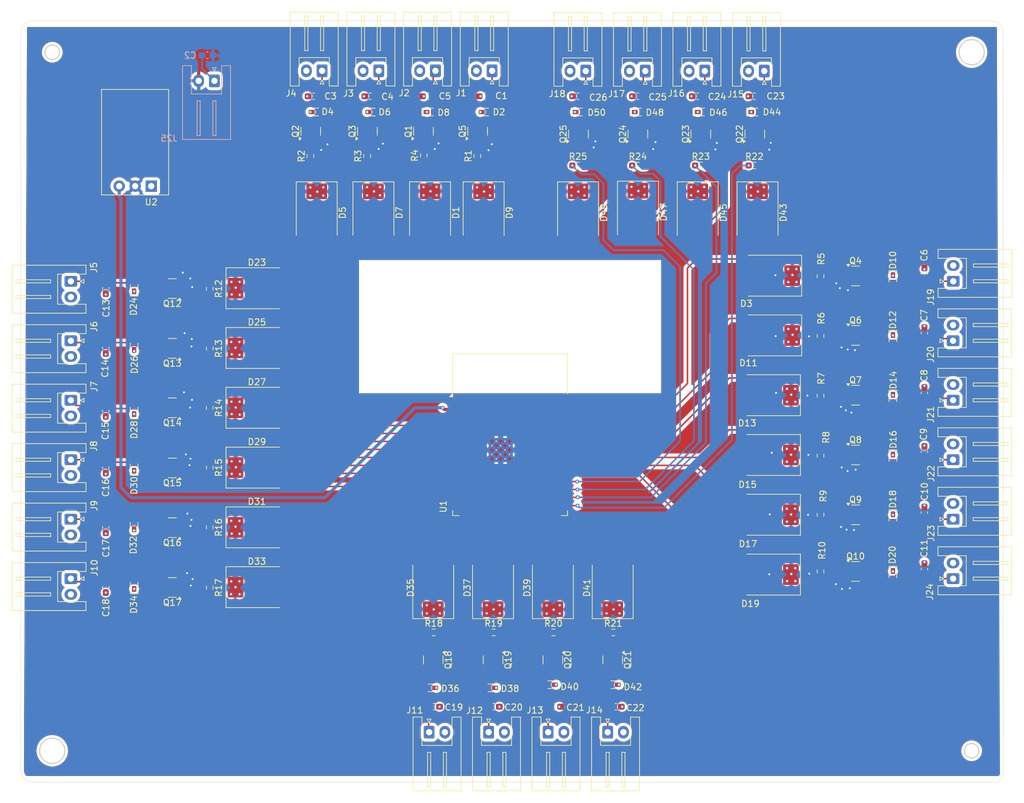
<source format=kicad_pcb>
(kicad_pcb (version 20240108) (generator "pcbnew") (generator_version "8.0")
  (layers (0 "F.Cu" signal) (1 "In1.Cu" signal) (2 "In2.Cu" signal) (31 "B.Cu" signal) (34 "B.Paste" user) (35 "F.Paste" user) (36 "B.SilkS" user "B.Silkscreen") (37 "F.SilkS" user "F.Silkscreen") (38 "B.Mask" user) (39 "F.Mask" user) (44 "Edge.Cuts" user))
  (net 0 "")
  (net 9 "GND")
  (net 12 "Net-(D2-A)")
  (net 13 "+5V")
  (net 14 "Net-(J25-Pin_1)")
  (net 15 "Net-(D4-A)")
  (net 16 "Net-(D6-A)")
  (net 17 "Net-(D1-A)")
  (net 18 "Net-(Q1-G)")
  (net 19 "Net-(Q2-G)")
  (net 20 "Net-(Q3-G)")
  (net 21 "Net-(Q5-G)")
  (net 22 "Net-(U1-SENSOR_VP)")
  (net 23 "Net-(U1-IO35)")
  (net 24 "Net-(U1-IO34)")
  (net 25 "Net-(U1-SENSOR_VN)")
  (net 26 "Net-(U1-VDD)")
  (net 27 "SEQ1")
  (net 28 "SEQ2")
  (net 29 "SEQ3")
  (net 30 "SEQ4")
  (net 31 "SEQ5")
  (net 32 "SEQ6")
  (net 33 "Net-(D10-A)")
  (net 34 "Net-(D11-A)")
  (net 35 "Net-(D13-A)")
  (net 36 "Net-(D15-A)")
  (net 37 "Net-(D17-A)")
  (net 38 "Net-(D19-A)")
  (net 39 "Net-(D23-A)")
  (net 40 "Net-(D25-A)")
  (net 41 "Net-(D27-A)")
  (net 42 "Net-(D29-A)")
  (net 43 "Net-(D31-A)")
  (net 44 "Net-(D33-A)")
  (net 45 "Net-(D35-A)")
  (net 46 "Net-(D37-A)")
  (net 47 "Net-(D39-A)")
  (net 48 "Net-(D41-A)")
  (net 49 "Net-(D43-A)")
  (net 50 "Net-(D45-A)")
  (net 51 "Net-(D47-A)")
  (net 52 "Net-(D49-A)")
  (net 53 "Net-(Q4-G)")
  (net 54 "Net-(Q6-G)")
  (net 55 "Net-(Q7-G)")
  (net 56 "Net-(Q8-G)")
  (net 57 "Net-(Q9-G)")
  (net 58 "Net-(Q10-G)")
  (net 59 "Net-(Q12-G)")
  (net 60 "Net-(Q13-G)")
  (net 61 "Net-(Q14-G)")
  (net 62 "Net-(Q15-G)")
  (net 63 "Net-(Q16-G)")
  (net 64 "Net-(Q17-G)")
  (net 65 "Net-(Q18-G)")
  (net 66 "Net-(Q19-G)")
  (net 67 "Net-(Q20-G)")
  (net 68 "Net-(Q21-G)")
  (net 69 "Net-(Q22-G)")
  (net 70 "Net-(Q23-G)")
  (net 71 "Net-(Q24-G)")
  (net 72 "Net-(Q25-G)")
  (net 73 "TOG1")
  (net 74 "TOG2")
  (net 75 "TOG3")
  (net 76 "TOG4")
  (net 77 "TOG5")
  (net 78 "TOG6")
  (net 79 "TIMER1")
  (net 80 "TIMER2")
  (net 81 "TIMER3")
  (net 82 "TIMER4")
  (net 83 "DIM4")
  (net 84 "DIM3")
  (net 85 "DIM2")
  (net 86 "DIM1")
  (footprint "Capacitor_SMD:C_0603_1608Metric_Pad1.08x0.95mm_HandSolder" (layer "F.Cu") (at 179.5 35.5)
    (property "Reference" "C24")
    (property "Value" "100nF")
  )
  (footprint "Resistor_SMD:R_0603_1608Metric_Pad0.98x0.95mm_HandSolder" (layer "F.Cu") (at 102 85 -90)
    (property "Reference" "R14")
    (property "Value" "100ohm")
  )
  (footprint "Capacitor_SMD:C_0603_1608Metric_Pad1.08x0.95mm_HandSolder" (layer "F.Cu") (at 85.5 94.5 90)
    (property "Reference" "C16")
    (property "Value" "100nF")
  )
  (footprint "Capacitor_SMD:C_0603_1608Metric_Pad1.08x0.95mm_HandSolder" (layer "F.Cu") (at 215.5 101.6375 -90)
    (property "Reference" "C10")
    (property "Value" "100nF")
  )
  (footprint "Diode_SMD:Nexperia_DSN1608-2_1.6x0.8mm" (layer "F.Cu") (at 90 75.5 90)
    (property "Reference" "D26")
    (property "Value" "PTVS12VZ1USK")
  )
  (footprint "Resistor_SMD:R_0603_1608Metric_Pad0.98x0.95mm_HandSolder" (layer "F.Cu") (at 136 44.9125 90)
    (property "Reference" "R4")
    (property "Value" "100ohm")
  )
  (footprint "Diode_SMD:Nexperia_DSN1608-2_1.6x0.8mm" (layer "F.Cu") (at 210.5 92.715 -90)
    (property "Reference" "D16")
    (property "Value" "PTVS12VZ1USK")
  )
  (footprint "Package_TO_SOT_SMD:SOT-23" (layer "F.Cu") (at 156.5 125.0625 -90)
    (property "Reference" "Q20")
    (property "Value" "IRLML6244")
  )
  (footprint "Package_TO_SOT_SMD:SOT-23" (layer "F.Cu") (at 96.0625 75.55 180)
    (property "Reference" "Q13")
    (property "Value" "IRLML6244")
  )
  (footprint "Diode_SMD:D_SMC" (layer "F.Cu") (at 109.5 94.5)
    (property "Reference" "D29")
    (property "Value" "B340")
  )
  (footprint "Connector_JST:JST_XH_S2B-XH-A_1x02_P2.50mm_Horizontal" (layer "F.Cu") (at 220.05 102.7 90)
    (property "Reference" "J23")
    (property "Value" "sequencePin5")
  )
  (footprint "Connector_JST:JST_XH_S2B-XH-A_1x02_P2.50mm_Horizontal" (layer "F.Cu") (at 137.85 31.45 180)
    (property "Reference" "J2")
    (property "Value" "sensPin2")
  )
  (footprint "Capacitor_SMD:C_0603_1608Metric_Pad1.08x0.95mm_HandSolder" (layer "F.Cu") (at 118.5 35.5)
    (property "Reference" "C3")
    (property "Value" "100nF")
  )
  (footprint "Diode_SMD:D_SMC" (layer "F.Cu") (at 190.9 111.5 180)
    (property "Reference" "D19")
    (property "Value" "B340")
  )
  (footprint "Diode_SMD:D_SMC" (layer "F.Cu") (at 145.5 54 -90)
    (property "Reference" "D9")
    (property "Value" "B340")
  )
  (footprint "Connector_JST:JST_XH_S2B-XH-A_1x02_P2.50mm_Horizontal" (layer "F.Cu") (at 190.07 31.49 180)
    (property "Reference" "J15")
    (property "Value" "timerPin1")
  )
  (footprint "Resistor_SMD:R_0603_1608Metric_Pad0.98x0.95mm_HandSolder" (layer "F.Cu") (at 137.5875 120.7)
    (property "Reference" "R18")
    (property "Value" "100ohm")
  )
  (footprint "Diode_SMD:D_SMC" (layer "F.Cu") (at 191.1 64 180)
    (property "Reference" "D3")
    (property "Value" "B340")
  )
  (footprint "Resistor_SMD:R_0603_1608Metric_Pad0.98x0.95mm_HandSolder" (layer "F.Cu") (at 199 111 -90)
    (property "Reference" "R10")
    (property "Value" "100ohm")
  )
  (footprint "Diode_SMD:D_SMC" (layer "F.Cu") (at 109.5 66)
    (property "Reference" "D23")
    (property "Value" "B340")
  )
  (footprint "Diode_SMD:D_SMC" (layer "F.Cu") (at 137 54 -90)
    (property "Reference" "D1")
    (property "Value" "B340")
  )
  (footprint "Package_TO_SOT_SMD:SOT-23" (layer "F.Cu") (at 118.05 41.0625 90)
    (property "Reference" "Q2")
    (property "Value" "IRLML6244")
  )
  (footprint "Package_TO_SOT_SMD:SOT-23" (layer "F.Cu") (at 170 41.5 90)
    (property "Reference" "Q24")
    (property "Value" "IRLML6244")
  )
  (footprint "Resistor_SMD:R_0603_1608Metric_Pad0.98x0.95mm_HandSolder" (layer "F.Cu") (at 144.5 45 90)
    (property "Reference" "R1")
    (property "Value" "100ohm")
  )
  (footprint "Resistor_SMD:R_0603_1608Metric_Pad0.98x0.95mm_HandSolder" (layer "F.Cu") (at 102 94.5 -90)
    (property "Reference" "R15")
    (property "Value" "100ohm")
  )
  (footprint "Resistor_SMD:R_0603_1608Metric_Pad0.98x0.95mm_HandSolder" (layer "F.Cu") (at 118 45 90)
    (property "Reference" "R2")
    (property "Value" "100ohm")
  )
  (footprint "Diode_SMD:D_SMC" (layer "F.Cu") (at 137.5 113.6 90)
    (property "Reference" "D35")
    (property "Value" "B340")
  )
  (footprint "Connector_JST:JST_XH_S2B-XH-A_1x02_P2.50mm_Horizontal" (layer "F.Cu") (at 220.05 93.25 90)
    (property "Reference" "J22")
    (property "Value" "sequencePin4")
  )
  (footprint "Connector_JST:JST_XH_S2B-XH-A_1x02_P2.50mm_Horizontal" (layer "F.Cu") (at 128.85 31.45 180)
    (property "Reference" "J3")
    (property "Value" "sensPin3")
  )
  (footprint "Diode_SMD:Nexperia_DSN1608-2_1.6x0.8mm" (layer "F.Cu") (at 147 129.5 180)
    (property "Reference" "D38")
    (property "Value" "PTVS12VZ1USK")
  )
  (footprint "Resistor_SMD:R_0603_1608Metric_Pad0.98x0.95mm_HandSolder" (layer "F.Cu") (at 199 73.5875 -90)
    (property "Reference" "R6")
    (property "Value" "100ohm")
  )
  (footprint "Package_TO_SOT_SMD:SOT-23" (layer "F.Cu") (at 160.5625 41.5 90)
    (property "Reference" "Q25")
    (property "Value" "IRLML6244")
  )
  (footprint "Package_TO_SOT_SMD:SOT-23" (layer "F.Cu") (at 144.55 41.0625 90)
    (property "Reference" "Q5")
    (property "Value" "IRLML6244")
  )
  (footprint "Diode_SMD:Nexperia_DSN1608-2_1.6x0.8mm" (layer "F.Cu") (at 90 85.715 90)
    (property "Reference" "D28")
    (property "Value" "PTVS12VZ1USK")
  )
  (footprint "Connector_JST:JST_XH_S2B-XH-A_1x02_P2.50mm_Horizontal" (layer "F.Cu") (at 79.95 93.25 -90)
    (property "Reference" "J8")
    (property "Value" "togglePin4")
  )
  (footprint "Resistor_SMD:R_0603_1608Metric_Pad0.98x0.95mm_HandSolder" (layer "F.Cu") (at 180 46.5)
    (property "Reference" "R23")
    (property "Value" "100ohm")
  )
  (footprint "Diode_SMD:Nexperia_DSN1608-2_1.6x0.8mm" (layer "F.Cu") (at 210.5 64.215 -90)
    (property "Reference" "D10")
    (property "Value" "PTVS12VZ1USK")
  )
  (footprint "Connector_JST:JST_XH_S2B-XH-A_1x02_P2.50mm_Horizontal" (layer "F.Cu") (at 119.85 31.45 180)
    (property "Reference" "J4")
    (property "Value" "sensPin4")
  )
  (footprint "Package_TO_SOT_SMD:SOT-23" (layer "F.Cu") (at 188.5625 41.5 90)
    (property "Reference" "Q22")
    (property "Value" "IRLML6244")
  )
  (footprint "Connector_JST:JST_XH_S2B-XH-A_1x02_P2.50mm_Horizontal" (layer "F.Cu") (at 165.2 136.55)
    (property "Reference" "J14")
    (property "Value" "dimPin4")
  )
  (footprint "Package_TO_SOT_SMD:SOT-23" (layer "F.Cu") (at 204.5625 73.5)
    (property "Reference" "Q6")
    (property "Value" "IRLML6244")
  )
  (footprint "Connector_JST:JST_XH_S2B-XH-A_1x02_P2.50mm_Horizontal" (layer "F.Cu") (at 220.08 64.89 90)
    (property "Reference" "J19")
    (property "Value" "sequencePin1")
  )
  (footprint "Diode_SMD:D_SMC" (layer "F.Cu") (at 147 113.6 90)
    (property "Reference" "D37")
    (property "Value" "B340")
  )
  (footprint "Converter_DCDC:Converter_DCDC_Murata_OKI-78SR_Horizontal" (layer "F.Cu") (at 92.71 49.78 180)
    (property "Reference" "U2")
    (property "Value" "OKI-78SR-3.3_1.5-W36H-C")
  )
  (footprint "Capacitor_SMD:C_0603_1608Metric_Pad1.08x0.95mm_HandSolder" (layer "F.Cu") (at 215.5 63.6375 -90)
    (property "Reference" "C6")
    (property "Value" "100nF")
  )
  (footprint "Diode_SMD:Nexperia_DSN1608-2_1.6x0.8mm" (layer "F.Cu") (at 160.4 38)
    (property "Reference" "D50")
    (property "Value" "PTVS12VZ1USK")
  )
  (footprint "Diode_SMD:D_SMC" (layer "F.Cu") (at 190.9 83 180)
    (property "Reference" "D13")
    (property "Value" "B340")
  )
  (footprint "Diode_SMD:D_SMC" (layer "F.Cu") (at 190.9 102 180)
    (property "Reference" "D17")
    (property "Value" "B340")
  )
  (footprint "Capacitor_SMD:C_0603_1608Metric_Pad1.08x0.95mm_HandSolder" (layer "F.Cu") (at 188.5 35.5)
    (property "Reference" "C23")
    (property "Value" "100nF")
  )
  (footprint "Connector_JST:JST_XH_S2B-XH-A_1x02_P2.50mm_Horizontal" (layer "F.Cu") (at 79.95 102.7 -90)
    (property "Reference" "J9")
    (property "Value" "togglePin5")
  )
  (footprint "Capacitor_SMD:C_0603_1608Metric_Pad1.08x0.95mm_HandSolder" (layer "F.Cu") (at 137.6375 132.5 180)
    (property "Reference" "C19")
    (property "Value" "100nF")
  )
  (footprint "Package_TO_SOT_SMD:SOT-23" (layer "F.Cu") (at 204.5625 83)
    (property "Reference" "Q7")
    (property "Value" "IRLML6244")
  )
  (footprint "Resistor_SMD:R_0603_1608Metric_Pad0.98x0.95mm_HandSolder" (layer "F.Cu") (at 127 45 90)
    (property "Reference" "R3")
    (property "Value" "100ohm")
  )
  (footprint "Resistor_SMD:R_0603_1608Metric_Pad0.98x0.95mm_HandSolder" (layer "F.Cu") (at 199 92.5875 -90)
    (property "Reference" "R8")
    (property "Value" "100ohm")
  )
  (footprint "Connector_JST:JST_XH_S2B-XH-A_1x02_P2.50mm_Horizontal" (layer "F.Cu") (at 146.3 136.55)
    (property "Reference" "J12")
    (property "Value" "dimPin2")
  )
  (footprint "Package_TO_SOT_SMD:SOT-23" (layer "F.Cu") (at 135.95 41.0625 90)
    (property "Reference" "Q1")
    (property "Value" "IRLML6244")
  )
  (footprint "Capacitor_SMD:C_0603_1608Metric_Pad1.08x0.95mm_HandSolder" (layer "F.Cu") (at 215.5 92 -90)
    (property "Reference" "C9")
    (property "Value" "100nF")
  )
  (footprint "Diode_SMD:Nexperia_DSN1608-2_1.6x0.8mm" (layer "F.Cu") (at 210.5 102.215 -90)
    (property "Reference" "D18")
    (property "Value" "PTVS12VZ1USK")
  )
  (footprint "Capacitor_SMD:C_0603_1608Metric_Pad1.08x0.95mm_HandSolder" (layer "F.Cu") (at 166.5 132.5 180)
    (property "Reference" "C22")
    (property "Value" "100nF")
  )
  (footprint "Diode_SMD:D_SMC" (layer "F.Cu") (at 191.1 73.5 180)
    (property "Reference" "D11")
    (property "Value" "B340")
  )
  (footprint "Package_TO_SOT_SMD:SOT-23" (layer "F.Cu") (at 204.5625 64.05)
    (property "Reference" "Q4")
    (property "Value" "IRLML6244")
  )
  (footprint "Connector_JST:JST_XH_S2B-XH-A_1x02_P2.50mm_Horizontal" (layer "F.Cu") (at 146.85 31.45 180)
    (property "Reference" "J1")
    (property "Value" "sensPin1")
  )
  (footprint "Diode_SMD:Nexperia_DSN1608-2_1.6x0.8mm" (layer "F.Cu") (at 145.5 38)
    (property "Reference" "D2")
    (property "Value" "PTVS12VZ1USK")
  )
  (footprint "Resistor_SMD:R_0603_1608Metric_Pad0.98x0.95mm_HandSolder" (layer "F.Cu") (at 156.5875 120.7)
    (property "Reference" "R20")
    (property "Value" "100ohm")
  )
  (footprint "Diode_SMD:D_SMC" (layer "F.Cu") (at 179.5 54 -90)
    (property "Reference" "D45")
    (property "Value" "B340")
  )
  (footprint "Diode_SMD:Nexperia_DSN1608-2_1.6x0.8mm" (layer "F.Cu") (at 210.5 83.215 -90)
    (property "Reference" "D14")
    (property "Value" "PTVS12VZ1USK")
  )
  (footprint "Diode_SMD:Nexperia_DSN1608-2_1.6x0.8mm" (layer "F.Cu") (at 169.785 38)
    (property "Reference" "D48")
    (property "Value" "PTVS12VZ1USK")
  )
  (footprint "Diode_SMD:D_SMC" (layer "F.Cu") (at 156.5 113.6 90)
    (property "Reference" "D39")
    (property "Value" "B340")
  )
  (footprint "Diode_SMD:D_SMC" (layer "F.Cu") (at 109.5 104)
    (property "Reference" "D31")
    (property "Value" "B340")
  )
  (footprint "Package_TO_SOT_SMD:SOT-23" (layer "F.Cu") (at 96.0625 104.05 180)
    (property "Reference" "Q16")
    (property "Value" "IRLML6244")
  )
  (footprint "Package_TO_SOT_SMD:SOT-23" (layer "F.Cu") (at 204.5625 102)
    (property "Reference" "Q9")
    (property "Value" "IRLML6244")
  )
  (footprint "Diode_SMD:D_SMC" (layer "F.Cu") (at 119 54 -90)
    (property "Reference" "D5")
    (property "Value" "B340")
  )
  (footprint "Connector_JST:JST_XH_S2B-XH-A_1x02_P2.50mm_Horizontal" (layer "F.Cu") (at 79.95 74.35 -90)
    (property "Reference" "J6")
    (property "Value" "togglePin2")
  )
  (footprint "Capacitor_SMD:C_0603_1608Metric_Pad1.08x0.95mm_HandSolder" (layer "F.Cu") (at 145.6375 35.5)
    (property "Reference" "C1")
    (property "Value" "100nF")
  )
  (footprint "Capacitor_SMD:C_0603_1608Metric_Pad1.08x0.95mm_HandSolder" (layer "F.Cu") (at 215.5 110.6375 -90)
    (property "Reference" "C11")
    (property "Value" "100nF")
  )
  (footprint "Diode_SMD:Nexperia_DSN1608-2_1.6x0.8mm" (layer "F.Cu") (at 90 113.5 90)
    (property "Reference" "D34")
    (property "Value" "PTVS12VZ1USK")
  )
  (footprint "Diode_SMD:D_SMC" (layer "F.Cu") (at 160.5 54 -90)
    (property "Reference" "D49")
    (property "Value" "B340")
  )
  (footprint "Capacitor_SMD:C_0603_1608Metric_Pad1.08x0.95mm_HandSolder" (layer "F.Cu") (at 85.5 104 90)
    (property "Reference" "C17")
    (property "Value" "100nF")
  )
  (footprint "Diode_SMD:Nexperia_DSN1608-2_1.6x0.8mm" (layer "F.Cu") (at 127.5 38)
    (property "Reference" "D6")
    (property "Value" "PTVS12VZ1USK")
  )
  (footprint "Diode_SMD:D_SMC" (layer "F.Cu") (at 166 113.6 90)
    (property "Reference" "D41")
    (property "Value" "B340")
  )
  (footprint "Package_TO_SOT_SMD:SOT-23" (layer "F.Cu") (at 96.0625 94.55 180)
    (property "Reference" "Q15")
    (property "Value" "IRLML6244")
  )
  (footprint "Diode_SMD:Nexperia_DSN1608-2_1.6x0.8mm" (layer "F.Cu") (at 118.5 38)
    (property "Reference" "D4")
    (property "Value" "PTVS12VZ1USK")
  )
  (footprint "Package_TO_SOT_SMD:SOT-23" (layer "F.Cu") (at 127.05 41.0625 90)
    (property "Reference" "Q3")
    (property "Value" "IRLML6244")
  )
  (footprint "Diode_SMD:Nexperia_DSN1608-2_1.6x0.8mm" (layer "F.Cu") (at 210.5 73.715 -90)
    (property "Reference" "D12")
    (property "Value" "PTVS12VZ1USK")
  )
  (footprint "Connector_JST:JST_XH_S2B-XH-A_1x02_P2.50mm_Horizontal" (layer "F.Cu") (at 79.95 83.8 -90)
    (property "Reference" "J7")
    (property "Value" "togglePin3")
  )
  (footprint "Diode_SMD:Nexperia_DSN1608-2_1.6x0.8mm" (layer "F.Cu") (at 137.5 129.5 180)
    (property "Reference" "D36")
    (property "Value" "PTVS12VZ1USK")
  )
  (footprint "Capacitor_SMD:C_0603_1608Metric_Pad1.08x0.95mm_HandSolder" (layer "F.Cu") (at 160.5 35.5)
    (property "Reference" "C26")
    (property "Value" "100nF")
  )
  (footprint "Capacitor_SMD:C_0603_1608Metric_Pad1.08x0.95mm_HandSolder" (layer "F.Cu") (at 156.8625 132.5 180)
    (property "Reference" "C21")
    (property "Value" "100nF")
  )
  (footprint "Connector_JST:JST_XH_S2B-XH-A_1x02_P2.50mm_Horizontal" (layer "F.Cu") (at 220.05 74.35 90)
    (property "Reference" "J20")
    (property "Value" "sequencePin2")
  )
  (footprint "Connector_JST:JST_XH_S2B-XH-A_1x02_P2.50mm_Horizontal" (layer "F.Cu") (at 171.17 31.49 180)
    (property "Reference" "J17")
    (property "Value" "timerPin3")
  )
  (footprint "Capacitor_SMD:C_0603_1608Metric_Pad1.08x0.95mm_HandSolder" (layer "F.Cu") (at 147.1375 132.5 180)
    (property "Reference" "C20")
    (property "Value" "100nF")
  )
  (footprint "Resistor_SMD:R_0603_1608Metric_Pad0.98x0.95mm_HandSolder" (layer "F.Cu") (at 166.0875 120.7)
    (property "Reference" "R21")
    (property "Value" "100ohm")
  )
  (footprint "Diode_SMD:D_SMC" (layer "F.Cu") (at 109.5 85)
    (property "Reference" "D27")
    (property "Value" "B340")
  )
  (footprint "Resistor_SMD:R_0603_1608Metric_Pad0.98x0.95mm_HandSolder" (layer "F.Cu") (at 188.5 46.5)
    (property "Reference" "R22")
    (property "Value" "100ohm")
  )
  (footprint "Diode_SMD:D_SMC" (layer "F.Cu") (at 109.5 113.5)
    (property "Reference" "D33")
    (property "Value" "B340")
  )
  (footprint "Diode_SMD:D_SMC" (layer "F.Cu") (at 128 54 -90)
    (property "Reference" "D7")
    (property "Value" "B340")
  )
  (footprint "Package_TO_SOT_SMD:SOT-23" (layer "F.Cu") (at 180 41.5 90)
    (property "Reference" "Q23")
    (property "Value" "IRLML6244")
  )
  (footprint "Resistor_SMD:R_0603_1608Metric_Pad0.98x0.95mm_HandSolder" (layer "F.Cu") (at 147.0875 120.7)
    (property "Reference" "R19")
    (property "Value" "100ohm")
  )
  (footprint "Capacitor_SMD:C_0603_1608Metric_Pad1.08x0.95mm_HandSolder" (layer "F.Cu") (at 170 35.5)
    (property "Reference" "C25")
    (property "Value" "100nF")
  )
  (footprint "Diode_SMD:D_SMC" (layer "F.Cu") (at 189 54 -90)
    (property "Reference" "D43")
    (property "Value" "B340")
  )
  (footprint "Diode_SMD:Nexperia_DSN1608-2_1.6x0.8mm" (layer "F.Cu") (at 188.285 38)
    (property "Reference" "D44")
    (property "Value" "PTVS12VZ1USK")
  )
  (footprint "Diode_SMD:D_SMC" (layer "F.Cu") (at 190.9 92.5 180)
    (property "Reference" "D15")
    (property "Value" "B340")
  )
  (footprint "Resistor_SMD:R_0603_1608Metric_Pad0.98x0.95mm_HandSolder" (layer "F.Cu") (at 199 64.0875 -90)
    (property "Reference" "R5")
    (property "Value" "100ohm")
  )
  (footprint "Capacitor_SMD:C_0603_1608Metric_Pad1.08x0.95mm_HandSolder" (layer "F.Cu") (at 127.5 35.5)
    (property "Reference" "C4")
    (property "Value" "100nF")
  )
  (footprint "Resistor_SMD:R_0603_1608Metric_Pad0.98x0.95mm_HandSolder" (layer "F.Cu") (at 102 104 -90)
    (property "Reference" "R16")
    (property "Value" "100ohm")
  )
  (footprint "Capacitor_SMD:C_0603_1608Metric_Pad1.08x0.95mm_HandSolder" (layer "F.Cu") (at 136.6375 35.5)
    (property "Reference" "C5")
    (property "Value" "100nF")
  )
  (footprint "Connector_JST:JST_XH_S2B-XH-A_1x02_P2.50mm_Horizontal" (layer "F.Cu") (at 220.05 112.15 90)
    (property "Reference" "J24")
    (property "Value" "sequencePin6")
  )
  (footprint "Resistor_SMD:R_0603_1608Metric_Pad0.98x0.95mm_HandSolder" (layer "F.Cu") (at 199 102 -90)
    (property "Reference" "R9")
    (property "Value" "100ohm")
  )
  (footprint "Resistor_SMD:R_0603_1608Metric_Pad0.98x0.95mm_HandSolder" (layer "F.Cu") (at 102 66.0875 -90)
    (property "Reference" "R12")
    (property "Value" "100ohm")
  )
  (footprint "Connector_JST:JST_XH_S2B-XH-A_1x02_P2.50mm_Horizontal" (layer "F.Cu") (at 136.85 136.55)
    (property "Reference" "J11")
    (property "Value" "dimPin1")
  )
  (footprint "Package_TO_SOT_SMD:SOT-23" (layer "F.Cu") (at 137.5 125.0625 -90)
    (property "Reference" "Q18")
    (property "Value" "IRLML6244")
  )
  (footprint "RF_Module:ESP32-WROOM-32D" (layer "F.Cu") (at 149.71 92.245)
    (property "Reference" "U1")
    (property "Value" "ESP32-WROOM-32D")
  )
  (footprint "Package_TO_SOT_SMD:SOT-23" (layer "F.Cu") (at 147 125.0625 -90)
    (property "Reference" "Q19")
    (property "Value" "IRLML6244")
  )
  (footprint "Capacitor_SMD:C_0603_1608Metric_Pad1.08x0.95mm_HandSolder" (layer "F.Cu") (at 215.5 82.6375 -90)
    (property "Reference" "C8")
    (property "Value" "100nF")
  )
  (footprint "Connector_JST:JST_XH_S2B-XH-A_1x02_P2.50mm_Horizontal" (layer "F.Cu") (at 79.95 64.9 -90)
    (property "Reference" "J5")
    (property "Value" "togglePin1")
  )
  (footprint "Package_TO_SOT_SMD:SOT-23" (layer "F.Cu") (at 96.0625 113.55 180)
    (property "Reference" "Q17")
    (property "Value" "IRLML6244")
  )
  (footprint "Diode_SMD:D_SMC" (layer "F.Cu") (at 109.5 75.5)
    (property "Reference" "D25")
    (property "Value" "B340")
  )
  (footprint "Resistor_SMD:R_0603_1608Metric_Pad0.98x0.95mm_HandSolder" (layer "F.Cu") (at 102 75.5875 -90)
    (property "Reference" "R13")
    (property "Value" "100ohm")
  )
  (footprint "Resistor_SMD:R_0603_1608Metric_Pad0.98x0.95mm_HandSolder" (layer "F.Cu") (at 170 46.5)
    (property "Reference" "R24")
    (property "Value" "100ohm")
  )
  (footprint "Resistor_SMD:R_0603_1608Metric_Pad0.98x0.95mm_HandSolder" (layer "F.Cu") (at 160.5 46.5)
    (property "Reference" "R25")
    (property "Value" "100ohm")
  )
  (footprint "Diode_SMD:Nexperia_DSN1608-2_1.6x0.8mm" (layer "F.Cu") (at 179.785 38)
    (property "Reference" "D46")
    (property "Value" "PTVS12VZ1USK")
  )
  (footprint "Diode_SMD:Nexperia_DSN1608-2_1.6x0.8mm" (layer "F.Cu") (at 90 66.215 90)
    (property "Reference" "D24")
    (property "Value" "PTVS12VZ1USK")
  )
  (footprint "Diode_SMD:D_SMC" (layer "F.Cu") (at 170 53.9 -90)
    (property "Reference" "D47")
    (property "Value" "B340")
  )
  (footprint "Package_TO_SOT_SMD:SOT-23" (layer "F.Cu") (at 166 125.0625 -90)
    (property "Reference" "Q21")
    (property "Value" "IRLML6244")
  )
  (footprint "Diode_SMD:Nexperia_DSN1608-2_1.6x0.8mm" (layer "F.Cu") (at 156.5 129 180)
    (property "Reference" "D40")
    (property "Value" "PTVS12VZ1USK")
  )
  (footprint "Capacitor_SMD:C_0603_1608Metric_Pad1.08x0.95mm_HandSolder" (layer "F.Cu") (at 85.5 66 90)
    (property "Reference" "C13")
    (property "Value" "100nF")
  )
  (footprint "Diode_SMD:Nexperia_DSN1608-2_1.6x0.8mm" (layer "F.Cu") (at 166.5 129 180)
    (property "Reference" "D42")
    (property "Value" "PTVS12VZ1USK")
  )
  (footprint "Package_TO_SOT_SMD:SOT-23" (layer "F.Cu") (at 204.5625 111)
    (property "Reference" "Q10")
    (property "Value" "IRLML6244")
  )
  (footprint "Package_TO_SOT_SMD:SOT-23" (layer "F.Cu") (at 204.5625 92.5)
    (property "Reference" "Q8")
    (property "Value" "IRLML6244")
  )
  (footprint "Capacitor_SMD:C_0603_1608Metric_Pad1.08x0.95mm_HandSolder" (layer "F.Cu") (at 215.5 73.1375 -90)
    (property "Reference" "C7")
    (property "Value" "100nF")
  )
  (footprint "Diode_SMD:Nexperia_DSN1608-2_1.6x0.8mm" (layer "F.Cu") (at 136.715 38)
    (property "Reference" "D8")
    (property "Value" "PTVS12VZ1USK")
  )
  (footprint "Diode_SMD:Nexperia_DSN1608-2_1.6x0.8mm" (layer "F.Cu") (at 90 94.715 90)
    (property "Reference" "D30")
    (property "Value" "PTVS12VZ1USK")
  )
  (footprint "Connector_JST:JST_XH_S2B-XH-A_1x02_P2.50mm_Horizontal" (layer "F.Cu") (at 180.62 31.49 180)
    (property "Reference" "J16")
    (property "Value" "timerPin2")
  )
  (footprint "Capacitor_SMD:C_0603_1608Metric_Pad1.08x0.95mm_HandSolder" (layer "F.Cu") (at 85.5 75.5 90)
    (property "Reference" "C14")
    (property "Value" "100nF")
  )
  (footprint "Resistor_SMD:R_0603_1608Metric_Pad0.98x0.95mm_HandSolder" (layer "F.Cu") (at 102 113.5875 -90)
    (property "Reference" "R17")
    (property "Value" "100ohm")
  )
  (footprint "Capacitor_SMD:C_0603_1608Metric_Pad1.08x0.95mm_HandSolder" (layer "F.Cu") (at 85.5 85.5 90)
    (property "Reference" "C15")
    (property "Value" "100nF")
  )
  (footprint "Diode_SMD:Nexperia_DSN1608-2_1.6x0.8mm" (layer "F.Cu") (at 90 104 90)
    (property "Reference" "D32")
    (property "Value" "PTVS12VZ1USK")
  )
  (footprint "Connector_JST:JST_XH_S2B-XH-A_1x02_P2.50mm_Horizontal" (layer "F.Cu") (at 161.72 31.49 180)
    (property "Reference" "J18")
    (property "Value" "timerPin4")
  )
  (footprint "Connector_JST:JST_XH_S2B-XH-A_1x02_P2.50mm_Horizontal" (layer "F.Cu") (at 155.75 136.55)
    (property "Reference" "J13")
    (property "Value" "dimPin3")
  )
  (footprint "Package_TO_SOT_SMD:SOT-23" (layer "F.Cu") (at 96.0625 66.05 180)
    (property "Reference" "Q12")
    (property "Value" "IRLML6244")
  )
  (footprint "Connector_JST:JST_XH_S2B-XH-A_1x02_P2.50mm_Horizontal" (layer "F.Cu") (at 79.95 112.15 -90)
    (property "Reference" "J10")
    (property "Value" "togglePin6")
  )
  (footprint "Connector_JST:JST_XH_S2B-XH-A_1x02_P2.50mm_Horizontal" (layer "F.Cu") (at 220.05 83.8 90)
    (property "Reference" "J21")
    (property "Value" "sequencePin3")
  )
  (footprint "Package_TO_SOT_SMD:SOT-23" (layer "F.Cu") (at 96.0625 85 180)
    (property "Reference" "Q14")
    (property "Value" "IRLML6244")
  )
  (footprint "Capacitor_SMD:C_0603_1608Metric_Pad1.08x0.95mm_HandSolder" (layer "F.Cu") (at 85.5 113.5 90)
    (property "Reference" "C18")
    (property "Value" "100nF")
  )
  (footprint "Resistor_SMD:R_0603_1608Metric_Pad0.98x0.95mm_HandSolder" (layer "F.Cu") (at 199 83.0875 -90)
    (property "Reference" "R7")
    (property "Value" "100ohm")
  )
  (footprint "Diode_SMD:Nexperia_DSN1608-2_1.6x0.8mm" (layer "F.Cu") (at 210.5 111.215 -90)
    (property "Reference" "D20")
    (property "Value" "PTVS12VZ1USK")
  )
  (footprint "Connector_JST:JST_XH_S2B-XH-A_1x02_P2.50mm_Horizontal" (layer "B.Cu") (at 102.75 33.05 180)
    (property "Reference" "J25")
    (property "Value" "5VDC")
  )
  (footprint "Capacitor_SMD:C_0603_1608Metric_Pad1.08x0.95mm_HandSolder" (layer "B.Cu") (at 101.6375 29 180)
    (property "Reference" "C2")
    (property "Value" "100nF")
  )
  (gr_circle (center 223 139.5) (end 224.152 139.5) (stroke (width 0.2)) (fill none) (layer "Edge.Cuts"))
  (gr_line (start 72 142.5) (end 72 25.5) (stroke (width 0.05)) (layer "Edge.Cuts"))
  (gr_arc (start 74 144.5) (mid 72.585786 143.914214) (end 72 142.5) (stroke (width 0.05)) (layer "Edge.Cuts"))
  (gr_circle (center 223 28.5) (end 225 28.5) (stroke (width 0.2)) (fill none) (layer "Edge.Cuts"))
  (gr_line (start 228 25.5) (end 228 143) (stroke (width 0.05)) (layer "Edge.Cuts"))
  (gr_line (start 226.5 144.5) (end 74 144.5) (stroke (width 0.05)) (layer "Edge.Cuts"))
  (gr_line (start 74 23.5) (end 226 23.5) (stroke (width 0.05)) (layer "Edge.Cuts"))
  (gr_arc (start 228 143) (mid 227.56066 144.06066) (end 226.5 144.5) (stroke (width 0.05)) (layer "Edge.Cuts"))
  (gr_arc (start 72 25.5) (mid 72.585786 24.085786) (end 74 23.5) (stroke (width 0.05)) (layer "Edge.Cuts"))
  (gr_arc (start 226 23.5) (mid 227.414214 24.085786) (end 228 25.5) (stroke (width 0.05)) (layer "Edge.Cuts"))
  (gr_circle (center 77 28.5) (end 78.152 28.5) (stroke (width 0.2)) (fill none) (layer "Edge.Cuts"))
  (gr_circle (center 77 139.5) (end 79 139.5) (stroke (width 0.2)) (fill none) (layer "Edge.Cuts"))
  (via (at 201.43 113.02) (size 0.6) (drill 0.3) (layers "F.Cu" "B.Cu") (net 9))
  (via (at 129.51 43.02) (size 0.6) (drill 0.3) (layers "F.Cu" "B.Cu") (net 9))
  (via (at 98.46 101.82) (size 0.6) (drill 0.3) (layers "F.Cu" "B.Cu") (net 9))
  (via (at 203.91 85.77) (size 0.6) (drill 0.3) (layers "F.Cu" "B.Cu") (net 9))
  (via (at 191.26 92.15) (size 0.6) (drill 0.3) (layers "F.Cu" "B.Cu") (net 9))
  (via (at 190.86 43.97) (size 0.6) (drill 0.3) (layers "F.Cu" "B.Cu") (net 9))
  (via (at 99.15 74.07) (size 0.6) (drill 0.3) (layers "F.Cu" "B.Cu") (net 9))
  (via (at 190.94 101.94) (size 0.6) (drill 0.3) (layers "F.Cu" "B.Cu") (net 9))
  (via (at 202.36 94.47) (size 0.6) (drill 0.3) (layers "F.Cu" "B.Cu") (net 9))
  (via (at 97.72 63.53) (size 0.6) (drill 0.3) (layers "F.Cu" "B.Cu") (net 9))
  (via (at 203.02 85.4) (size 0.6) (drill 0.3) (layers "F.Cu" "B.Cu") (net 9))
  (via (at 146.28 44.07) (size 0.6) (drill 0.3) (layers "F.Cu" "B.Cu") (net 9))
  (via (at 162.98 43.64) (size 0.6) (drill 0.3) (layers "F.Cu" "B.Cu") (net 9))
  (via (at 204.58 94.84) (size 0.6) (drill 0.3) (layers "F.Cu" "B.Cu") (net 9))
  (via (at 99.22 65.82) (size 0.6) (drill 0.3) (layers "F.Cu" "B.Cu") (net 9))
  (via (at 203.32 75.74) (size 0.6) (drill 0.3) (layers "F.Cu" "B.Cu") (net 9))
  (via (at 197.02 102.01) (size 0.6) (drill 0.3) (layers "F.Cu" "B.Cu") (net 9))
  (via (at 203.13 104.36) (size 0.6) (drill 0.3) (layers "F.Cu" "B.Cu") (net 9))
  (via (at 202.41 113.78) (size 0.6) (drill 0.3) (layers "F.Cu" "B.Cu") (net 9))
  (via (at 191.94 82.63) (size 0.6) (drill 0.3) (layers "F.Cu" "B.Cu") (net 9))
  (via (at 197.17 73.65) (size 0.6) (drill 0.3) (layers "F.Cu" "B.Cu") (net 9))
  (via (at 172.79 42.79) (size 0.6) (drill 0.3) (layers "F.Cu" "B.Cu") (net 9))
  (via (at 191.09 42.89) (size 0.6) (drill 0.3) (layers "F.Cu" "B.Cu") (net 9))
  (via (at 203.65 113.68) (size 0.6) (drill 0.3) (layers "F.Cu" "B.Cu") (net 9))
  (via (at 98.9 84.96) (size 0.6) (drill 0.3) (layers "F.Cu" "B.Cu") (net 9))
  (via (at 128.83 43.87) (size 0.6) (drill 0.3) (layers "F.Cu" "B.Cu") (net 9))
  (via (at 98.91 64.45) (size 0.6) (drill 0.3) (layers "F.Cu" "B.Cu") (net 9))
  (via (at 146.8 43.12) (size 0.6) (drill 0.3) (layers "F.Cu" "B.Cu") (net 9))
  (via (at 120.69 43.15) (size 0.6) (drill 0.3) (layers "F.Cu" "B.Cu") (net 9))
  (via (at 163.24 42.66) (size 0.6) (drill 0.3) (layers "F.Cu" "B.Cu") (net 9))
  (via (at 202.34 75.41) (size 0.6) (drill 0.3) (layers "F.Cu" "B.Cu") (net 9))
  (via (at 97.92 82.55) (size 0.6) (drill 0.3) (layers "F.Cu" "B.Cu") (net 9))
  (via (at 204.31 104.43) (size 0.6) (drill 0.3) (layers "F.Cu" "B.Cu") (net 9))
  (via (at 138.34 42.99) (size 0.6) (drill 0.3) (layers "F.Cu" "B.Cu") (net 9))
  (via (at 98.21 92.41) (size 0.6) (drill 0.3) (layers "F.Cu" "B.Cu") (net 9))
  (via (at 98.8 94.12) (size 0.6) (drill 0.3) (layers "F.Cu" "B.Cu") (net 9))
  (via (at 137.75 43.87) (size 0.6) (drill 0.3) (layers "F.Cu" "B.Cu") (net 9))
  (via (at 99.29 112.21) (size 0.6) (drill 0.3) (layers "F.Cu" "B.Cu") (net 9))
  (via (at 204.46 75.84) (size 0.6) (drill 0.3) (layers "F.Cu" "B.Cu") (net 9))
  (via (at 99.19 83.73) (size 0.6) (drill 0.3) (layers "F.Cu" "B.Cu") (net 9))
  (via (at 190.87 111.45) (size 0.6) (drill 0.3) (layers "F.Cu" "B.Cu") (net 9))
  (via (at 99.1 75.25) (size 0.6) (drill 0.3) (layers "F.Cu" "B.Cu") (net 9))
  (via (at 182.53 42.92) (size 0.6) (drill 0.3) (layers "F.Cu" "B.Cu") (net 9))
  (via (at 203.3 95.06) (size 0.6) (drill 0.3) (layers "F.Cu" "B.Cu") (net 9))
  (via (at 202.25 84.84) (size 0.6) (drill 0.3) (layers "F.Cu" "B.Cu") (net 9))
  (via (at 202.07 66) (size 0.6) (drill 0.3) (layers "F.Cu" "B.Cu") (net 9))
  (via (at 119.71 44.03) (size 0.6) (drill 0.3) (layers "F.Cu" "B.Cu") (net 9))
  (via (at 197.21 111.36) (size 0.6) (drill 0.3) (layers "F.Cu" "B.Cu") (net 9))
  (via (at 99.1 102.8) (size 0.6) (drill 0.3) (layers "F.Cu" "B.Cu") (net 9))
  (via (at 203.35 66.32) (size 0.6) (drill 0.3) (layers "F.Cu" "B.Cu") (net 9))
  (via (at 191.84 63.94) (size 0.6) (drill 0.3) (layers "F.Cu" "B.Cu") (net 9))
  (via (at 196.91 83.06) (size 0.6) (drill 0.3) (layers "F.Cu" "B.Cu") (net 9))
  (via (at 182.3 43.94) (size 0.6) (drill 0.3) (layers "F.Cu" "B.Cu") (net 9))
  (via (at 99 113.24) (size 0.6) (drill 0.3) (layers "F.Cu" "B.Cu") (net 9))
  (via (at 98.02 73.14) (size 0.6) (drill 0.3) (layers "F.Cu" "B.Cu") (net 9))
  (via (at 98.95 103.78) (size 0.6) (drill 0.3) (layers "F.Cu" "B.Cu") (net 9))
  (via (at 191.88 73.61) (size 0.6) (drill 0.3) (layers "F.Cu" "B.Cu") (net 9))
  (via (at 202.25 103.94) (size 0.6) (drill 0.3) (layers "F.Cu" "B.Cu") (net 9))
  (via (at 197.07 92.47) (size 0.6) (drill 0.3) (layers "F.Cu" "B.Cu") (net 9))
  (via (at 172.43 43.9) (size 0.6) (drill 0.3) (layers "F.Cu" "B.Cu") (net 9))
  (via (at 201.49 65.21) (size 0.6) (drill 0.3) (layers "F.Cu" "B.Cu") (net 9))
  (via (at 98.41 111.28) (size 0.6) (drill 0.3) (layers "F.Cu" "B.Cu") (net 9))
  (via (at 98.95 93.09) (size 0.6) (drill 0.3) (layers "F.Cu" "B.Cu") (net 9))
  (segment (start 146.1 57.4) (end 150 53.5) (width 0.25) (layer "F.Cu") (net 12))
  (segment (start 145.625 40.125) (end 144.55 40.125) (width 0.25) (layer "F.Cu") (net 12))
  (segment (start 145.5 57.4) (end 146.1 57.4) (width 0.25) (layer "F.Cu") (net 12))
  (segment (start 145.625 40.125) (end 146.1 39.65) (width 0.25) (layer "F.Cu") (net 12))
  (segment (start 146.5 35.5) (end 146.5 35) (width 0.25) (layer "F.Cu") (net 12))
  (segment (start 150 44.5) (end 145.625 40.125) (width 0.25) (layer "F.Cu") (net 12))
  (segment (start 146.1 35.9) (end 146.5 35.5) (width 0.25) (layer "F.Cu") (net 12))
  (segment (start 146.85 34.65) (end 146.85 31.45) (width 0.25) (layer "F.Cu") (net 12))
  (segment (start 146.1 39.65) (end 146.1 38) (width 0.25) (layer "F.Cu") (net 12))
  (segment (start 146.5 35) (end 146.85 34.65) (width 0.25) (layer "F.Cu") (net 12))
  (segment (start 150 53.5) (end 150 44.5) (width 0.25) (layer "F.Cu") (net 12))
  (segment (start 146.1 38) (end 146.1 35.9) (width 0.25) (layer "F.Cu") (net 12))
  (segment (start 145 35.725) (end 145 35.5) (width 0.25) (layer "F.Cu") (net 13))
  (segment (start 144.775 35.5) (end 144.775 35.5) (width 0.25) (layer "F.Cu") (net 13))
  (segment (start 135.775 35.5) (end 135.775 35.5) (width 0.25) (layer "F.Cu") (net 13))
  (segment (start 145 35.5) (end 144.775 35.5) (width 0.25) (layer "F.Cu") (net 13))
  (segment (start 136.115 35.84) (end 136 35.725) (width 0.25) (layer "F.Cu") (net 13))
  (segment (start 136 35.725) (end 136 35.5) (width 0.25) (layer "F.Cu") (net 13))
  (segment (start 136 35.5) (end 135.775 35.5) (width 0.25) (layer "F.Cu") (net 13))
  (segment (start 144.9 35.625) (end 145 35.725) (width 0.25) (layer "F.Cu") (net 13))
  (segment (start 135.775 35.5) (end 135.775 35.225) (width 0.25) (layer "F.Cu") (net 13))
  (segment (start 144.775 31.875) (end 144.35 31.45) (width 0.25) (layer "F.Cu") (net 13))
  (via (at 195.18 65.02) (size 0.6) (drill 0.3) (layers "F.Cu" "B.Cu") (net 13))
  (via (at 215.5 72) (size 0.6) (drill 0.3) (layers "F.Cu" "B.Cu") (net 13))
  (via (at 178.5 35.5) (size 0.6) (drill 0.3) (layers "F.Cu" "B.Cu") (net 13))
  (via (at 137.58 117.04) (size 0.6) (drill 0.3) (layers "F.Cu" "B.Cu") (net 13))
  (via (at 105.48 93.51) (size 0.6) (drill 0.3) (layers "F.Cu" "B.Cu") (net 13))
  (via (at 105.42 74.53) (size 0.6) (drill 0.3) (layers "F.Cu" "B.Cu") (net 13))
  (via (at 194.97 93.58) (size 0.6) (drill 0.3) (layers "F.Cu" "B.Cu") (net 13))
  (via (at 106.75 84.03) (size 0.6) (drill 0.3) (layers "F.Cu" "B.Cu") (net 13))
  (via (at 106.16 94.44) (size 0.6) (drill 0.3) (layers "F.Cu" "B.Cu") (net 13))
  (via (at 210.5 73.5) (size 0.6) (drill 0.3) (layers "F.Cu" "B.Cu") (net 13))
  (via (at 106.75 64.99) (size 0.6) (drill 0.3) (layers "F.Cu" "B.Cu") (net 13))
  (via (at 145 35.5) (size 0.6) (drill 0.3) (layers "F.Cu" "B.Cu") (net 13))
  (via (at 135.96 49.93) (size 0.6) (drill 0.3) (layers "F.Cu" "B.Cu") (net 13))
  (via (at 105.5 76.5) (size 0.6) (drill 0.3) (layers "F.Cu" "B.Cu") (net 13))
  (via (at 135.96 51.23) (size 0.6) (drill 0.3) (layers "F.Cu" "B.Cu") (net 13))
  (via (at 193.87 65.02) (size 0.6) (drill 0.3) (layers "F.Cu" "B.Cu") (net 13))
  (via (at 105.45 84.03) (size 0.6) (drill 0.3) (layers "F.Cu" "B.Cu") (net 13))
  (via (at 167.09 116.35) (size 0.6) (drill 0.3) (layers "F.Cu" "B.Cu") (net 13))
  (via (at 157.5 132.5) (size 0.6) (drill 0.3) (layers "F.Cu" "B.Cu") (net 13))
  (via (at 127 38) (size 0.6) (drill 0.3) (layers "F.Cu" "B.Cu") (net 13))
  (via (at 85.5 114.3625) (size 0.6) (drill 0.3) (layers "F.Cu" "B.Cu") (net 13))
  (via (at 193.88 72.47) (size 0.6) (drill 0.3) (layers "F.Cu" "B.Cu") (net 13))
  (via (at 210.5 102) (size 0.6) (drill 0.3) (layers "F.Cu" "B.Cu") (net 13))
  (via (at 85.5 76.5) (size 0.6) (drill 0.3) (layers "F.Cu" "B.Cu") (net 13))
  (via (at 169 35.5) (size 0.6) (drill 0.3) (layers "F.Cu" "B.Cu") (net 13))
  (via (at 106.13 84.96) (size 0.6) (drill 0.3) (layers "F.Cu" "B.Cu") (net 13))
  (via (at 187.95 49.97) (size 0.6) (drill 0.3) (layers "F.Cu" "B.Cu") (net 13))
  (via (at 165.03 116.37) (size 0.6) (drill 0.3) (layers "F.Cu" "B.Cu") (net 13))
  (via (at 105.42 112.57) (size 0.6) (drill 0.3) (layers "F.Cu" "B.Cu") (net 13))
  (via (at 193.66 103.09) (size 0.6) (drill 0.3) (layers "F.Cu" "B.Cu") (net 13))
  (via (at 159.45 51.27) (size 0.6) (drill 0.3) (layers "F.Cu" "B.Cu") (net 13))
  (via (at 90 113.785) (size 0.6) (drill 0.3) (layers "F.Cu" "B.Cu") (net 13))
  (via (at 194.97 103.09) (size 0.6) (drill 0.3) (layers "F.Cu" "B.Cu") (net 13))
  (via (at 194.33 92.45) (size 0.6) (drill 0.3) (layers "F.Cu" "B.Cu") (net 13))
  (via (at 106.1 75.46) (size 0.6) (drill 0.3) (layers "F.Cu" "B.Cu") (net 13))
  (via (at 161.51 49.95) (size 0.6) (drill 0.3) (layers "F.Cu" "B.Cu") (net 13))
  (via (at 118 38) (size 0.6) (drill 0.3) (layers "F.Cu" "B.Cu") (net 13))
  (via (at 167.09 117.66) (size 0.6) (drill 0.3) (layers "F.Cu" "B.Cu") (net 13))
  (via (at 166.13 117.04) (size 0.6) (drill 0.3) (layers "F.Cu" "B.Cu") (net 13))
  (via (at 178.46 51.23) (size 0.6) (drill 0.3) (layers "F.Cu" "B.Cu") (net 13))
  (via (at 138.5 132.5) (size 0.6) (drill 0.3) (layers "F.Cu" "B.Cu") (net 13))
  (via (at 180.52 49.91) (size 0.6) (drill 0.3) (layers "F.Cu" "B.Cu") (net 13))
  (via (at 190.01 49.95) (size 0.6) (drill 0.3) (layers "F.Cu" "B.Cu") (net 13))
  (via (at 138 129.5) (size 0.6) (drill 0.3) (layers "F.Cu" "B.Cu") (net 13))
  (via (at 194.98 110.48) (size 0.6) (drill 0.3) (layers "F.Cu" "B.Cu") (net 13))
  (via (at 85.5 67) (size 0.6) (drill 0.3) (layers "F.Cu" "B.Cu") (net 13))
  (via (at 194.54 63.89) (size 0.6) (drill 0.3) (layers "F.Cu" "B.Cu") (net 13))
  (via (at 126.5 35.5) (size 0.6) (drill 0.3) (layers "F.Cu" "B.Cu") (net 13))
  (via (at 178.46 49.93) (size 0.6) (drill 0.3) (layers "F.Cu" "B.Cu") (net 13))
  (via (at 128.09 50.62) (size 0.6) (drill 0.3) (layers "F.Cu" "B.Cu") (net 13))
  (via (at 106.72 112.57) (size 0.6) (drill 0.3) (layers "F.Cu" "B.Cu") (net 13))
  (via (at 129.05 51.24) (size 0.6) (drill 0.3) (layers "F.Cu" "B.Cu") (net 13))
  (via (at 156.62 117.07) (size 0.6) (drill 0.3) (layers "F.Cu" "B.Cu") (net 13))
  (via (at 126.99 51.25) (size 0.6) (drill 0.3) (layers "F.Cu" "B.Cu") (net 13))
  (via (at 195.16 62.96) (size 0.6) (drill 0.3) (layers "F.Cu" "B.Cu") (net 13))
  (via (at 179.56 50.6) (size 0.6) (drill 0.3) (layers "F.Cu" "B.Cu") (net 13))
  (via (at 136 35.5) (size 0.6) (drill 0.3) (layers "F.Cu" "B.Cu") (net 13))
  (via (at 187.5 35.5) (size 0.6) (drill 0.3) (layers "F.Cu" "B.Cu") (net 13))
  (via (at 105.42 102.96) (size 0.6) (drill 0.3) (layers "F.Cu" "B.Cu") (net 13))
  (via (at 117.5 35.5) (size 0.6) (drill 0.3) (layers "F.Cu" "B.Cu") (net 13))
  (via (at 106.77 86.09) (size 0.6) (drill 0.3) (layers "F.Cu" "B.Cu") (net 13))
  (via (at 126.99 49.95) (size 0.6) (drill 0.3) (layers "F.Cu" "B.Cu") (net 13))
  (via (at 215.5 81.5) (size 0.6) (drill 0.3) (layers "F.Cu" "B.Cu") (net 13))
  (via (at 105.5 86) (size 0.6) (drill 0.3) (layers "F.Cu" "B.Cu") (net 13))
  (via (at 136.48 117.67) (size 0.6) (drill 0.3) (layers "F.Cu" "B.Cu") (net 13))
  (via (at 167 129) (size 0.6) (drill 0.3) (layers "F.Cu" "B.Cu") (net 13))
  (via (at 148 132.5) (size 0.6) (drill 0.3) (layers "F.Cu" "B.Cu") (net 13))
  (via (at 193.89 74.53) (size 0.6) (drill 0.3) (layers "F.Cu" "B.Cu") (net 13))
  (via (at 188 38) (size 0.6) (drill 0.3) (layers "F.Cu" "B.Cu") (net 13))
  (via (at 147.5 129.5) (size 0.6) (drill 0.3) (layers "F.Cu" "B.Cu") (net 13))
  (via (at 189.05 50.64) (size 0.6) (drill 0.3) (layers "F.Cu" "B.Cu") (net 13))
  (via (at 215.5 91) (size 0.6) (drill 0.3) (layers "F.Cu" "B.Cu") (net 13))
  (via (at 148.05 117.66) (size 0.6) (drill 0.3) (layers "F.Cu" "B.Cu") (net 13))
  (via (at 194.33 101.96) (size 0.6) (drill 0.3) (layers "F.Cu" "B.Cu") (net 13))
  (via (at 159.5 35.5) (size 0.6) (drill 0.3) (layers "F.Cu" "B.Cu") (net 13))
  (via (at 85.5 86.5) (size 0.6) (drill 0.3) (layers "F.Cu" "B.Cu") (net 13))
  (via (at 194.95 101.03) (size 0.6) (drill 0.3) (layers "F.Cu" "B.Cu") (net 13))
  (via (at 171.04 51.17) (size 0.6) (drill 0.3) (layers "F.Cu" "B.Cu") (net 13))
  (via (at 106.74 76.59) (size 0.6) (drill 0.3) (layers "F.Cu" "B.Cu") (net 13))
  (via (at 145.99 117.67) (size 0.6) (drill 0.3) (layers "F.Cu" "B.Cu") (net 13))
  (via (at 105.5 67) (size 0.6) (drill 0.3) (layers "F.Cu" "B.Cu") (net 13))
  (via (at 120.04 51.28) (size 0.6) (drill 0.3) (layers "F.Cu" "B.Cu") (net 13))
  (via (at 85.5 95.5) (size 0.6) (drill 0.3) (layers "F.Cu" "B.Cu") (net 13))
  (via (at 215.5 63) (size 0.6) (drill 0.3) (layers "F.Cu" "B.Cu") (net 13))
  (via (at 90 66.5) (size 0.6) (drill 0.3) (layers "F.Cu" "B.Cu") (net 13))
  (via (at 146.52 51.26) (size 0.6) (drill 0.3) (layers "F.Cu" "B.Cu") (net 13))
  (via (at 145 38) (size 0.6) (drill 0.3) (layers "F.Cu" "B.Cu") (net 13))
  (via (at 120.04 49.97) (size 0.6) (drill 0.3) (layers "F.Cu" "B.Cu") (net 13))
  (via (at 167.5 132.5) (size 0.6) (drill 0.3) (layers "F.Cu" "B.Cu") (net 13))
  (via (at 106.8 95.57) (size 0.6) (drill 0.3) (layers "F.Cu" "B.Cu") (net 13))
  (via (at 129.05 49.93) (size 0.6) (drill 0.3) (layers "F.Cu" "B.Cu") (net 13))
  (via (at 106.1 103.89) (size 0.6) (drill 0.3) (layers "F.Cu" "B.Cu") (net 13))
  (via (at 168.98 51.18) (size 0.6) (drill 0.3) (layers "F.Cu" "B.Cu") (net 13))
  (via (at 194.95 91.52) (size 0.6) (drill 0.3) (layers "F.Cu" "B.Cu") (net 13))
  (via (at 193.86 62.96) (size 0.6) (drill 0.3) (layers "F.Cu" "B.Cu") (net 13))
  (via (at 210.5 83) (size 0.6) (drill 0.3) (layers "F.Cu" "B.Cu") (net 13))
  (via (at 105.5 95.5) (size 0.6) (drill 0.3) (layers "F.Cu" "B.Cu") (net 13))
  (via (at 90 95) (size 0.6) (drill 0.3) (layers "F.Cu" "B.Cu") (net 13))
  (via (at 106.77 67.05) (size 0.6) (drill 0.3) (layers "F.Cu" "B.Cu") (net 13))
  (via (at 106.13 65.92) (size 0.6) (drill 0.3) (layers "F.Cu" "B.Cu") (net 13))
  (via (at 190.01 51.26) (size 0.6) (drill 0.3) (layers "F.Cu" "B.Cu") (net 13))
  (via (at 105.5 105) (size 0.6) (drill 0.3) (layers "F.Cu" "B.Cu") (net 13))
  (via (at 193.69 112.54) (size 0.6) (drill 0.3) (layers "F.Cu" "B.Cu") (net 13))
  (via (at 159.45 49.97) (size 0.6) (drill 0.3) (layers "F.Cu" "B.Cu") (net 13))
  (via (at 106.74 105.02) (size 0.6) (drill 0.3) (layers "F.Cu" "B.Cu") (net 13))
  (via (at 215.5 109.5) (size 0.6) (drill 0.3) (layers "F.Cu" "B.Cu") (net 13))
  (via (at 210.5 64) (size 0.6) (drill 0.3) (layers "F.Cu" "B.Cu") (net 13))
  (via (at 138.02 51.22) (size 0.6) (drill 0.3) (layers "F.Cu" "B.Cu") (net 13))
  (via (at 193.68 84.05) (size 0.6) (drill 0.3) (layers "F.Cu" "B.Cu") (net 13))
  (via (at 193.65 101.03) (size 0.6) (drill 0.3) (layers "F.Cu" "B.Cu") (net 13))
  (via (at 170.08 50.55) (size 0.6) (drill 0.3) (layers "F.Cu" "B.Cu") (net 13))
  (via (at 138.02 49.91) (size 0.6) (drill 0.3) (layers "F.Cu" "B.Cu") (net 13))
  (via (at 136.5 38) (size 0.6) (drill 0.3) (layers "F.Cu" "B.Cu") (net 13))
  (via (at 180.52 51.22) (size 0.6) (drill 0.3) (layers "F.Cu" "B.Cu") (net 13))
  (via (at 157 129) (size 0.6) (drill 0.3) (layers "F.Cu" "B.Cu") (net 13))
  (via (at 90 76) (size 0.6) (drill 0.3) (layers "F.Cu" "B.Cu") (net 13))
  (via (at 157.58 116.38) (size 0.6) (drill 0.3) (layers "F.Cu" "B.Cu") (net 13))
  (via (at 193.67 81.99) (size 0.6) (drill 0.3) (layers "F.Cu" "B.Cu") (net 13))
  (via (at 169.5 38) (size 0.6) (drill 0.3) (layers "F.Cu" "B.Cu") (net 13))
  (via (at 146.52 49.95) (size 0.6) (drill 0.3) (layers "F.Cu" "B.Cu") (net 13))
  (via (at 106.74 114.63) (size 0.6) (drill 0.3) (layers "F.Cu" "B.Cu") (net 13))
  (via (at 160 38) (size 0.6) (drill 0.3) (layers "F.Cu" "B.Cu") (net 13))
  (via (at 195 112.54) (size 0.6) (drill 0.3) (layers "F.Cu" "B.Cu") (net 13))
  (via (at 136.48 116.37) (size 0.6) (drill 0.3) (layers "F.Cu" "B.Cu") (net 13))
  (via (at 179.5 38) (size 0.6) (drill 0.3) (layers "F.Cu" "B.Cu") (net 13))
  (via (at 165.03 117.67) (size 0.6) (drill 0.3) (layers "F.Cu" "B.Cu") (net 13))
  (via (at 215.5 100.5) (size 0.6) (drill 0.3) (layers "F.Cu" "B.Cu") (net 13))
  (via (at 106.72 74.53) (size 0.6) (drill 0.3) (layers "F.Cu" "B.Cu") (net 13))
  (via (at 155.52 117.7) (size 0.6) (drill 0.3) (layers "F.Cu" "B.Cu") (net 13))
  (via (at 106.72 102.96) (size 0.6) (drill 0.3) (layers "F.Cu" "B.Cu") (net 13))
  (via (at 90 104.5) (size 0.6) (drill 0.3) (layers "F.Cu" "B.Cu") (net 13))
  (via (at 105.45 64.99) (size 0.6) (drill 0.3) (layers "F.Cu" "B.Cu") (net 13))
  (via (at 117.98 49.99) (size 0.6) (drill 0.3) (layers "F.Cu" "B.Cu") (net 13))
  (via (at 145.99 116.37) (size 0.6) (drill 0.3) (layers "F.Cu" "B.Cu") (net 13))
  (via (at 119.08 50.66) (size 0.6) (drill 0.3) (layers "F.Cu" "B.Cu") (net 13))
  (via (at 194.36 111.41) (size 0.6) (drill 0.3) (layers "F.Cu" "B.Cu") (net 13))
  (via (at 171.04 49.86) (size 0.6) (drill 0.3) (layers "F.Cu" "B.Cu") (net 13))
  (via (at 160.55 50.64) (size 0.6) (drill 0.3) (layers "F.Cu" "B.Cu") (net 13))
  (via (at 195.18 72.47) (size 0.6) (drill 0.3) (layers "F.Cu" "B.Cu") (net 13))
  (via (at 195.2 74.53) (size 0.6) (drill 0.3) (layers "F.Cu" "B.Cu") (net 13))
  (via (at 144.46 49.97) (size 0.6) (drill 0.3) (layers "F.Cu" "B.Cu") (net 13))
  (via (at 168.98 49.88) (size 0.6) (drill 0.3) (layers "F.Cu" "B.Cu") (net 13))
  (via (at 147.09 117.04) (size 0.6) (drill 0.3) (layers "F.Cu" "B.Cu") (net 13))
  (via (at 106.1 113.5) (size 0.6) (drill 0.3) (layers "F.Cu" "B.Cu") (net 13))
  (via (at 194.56 73.4) (size 0.6) (drill 0.3) (layers "F.Cu" "B.Cu") (net 13))
  (via (at 161.51 51.26) (size 0.6) (drill 0.3) (layers "F.Cu" "B.Cu") (net 13))
  (via (at 193.66 93.58) (size 0.6) (drill 0.3) (layers "F.Cu" "B.Cu") (net 13))
  (via (at 138.54 117.66) (size 0.6) (drill 0.3) (layers "F.Cu" "B.Cu") (net 13))
  (via (at 155.52 116.4) (size 0.6) (drill 0.3) (layers "F.Cu" "B.Cu") (net 13))
  (via (at 187.95 51.27) (size 0.6) (drill 0.3) (layers "F.Cu" "B.Cu") (net 13))
  (via (at 194.99 84.05) (size 0.6) (drill 0.3) (layers "F.Cu" "B.Cu") (net 13))
  (via (at 85.5 105) (size 0.6) (drill 0.3) (layers "F.Cu" "B.Cu") (net 13))
  (via (at 117.98 51.29) (size 0.6) (drill 0.3) (layers "F.Cu" "B.Cu") (net 13))
  (via (at 148.05 116.35) (size 0.6) (drill 0.3) (layers "F.Cu" "B.Cu") (net 13))
  (via (at 144.46 51.27) (size 0.6) (drill 0.3) (layers "F.Cu" "B.Cu") (net 13))
  (via (at 106.78 93.51) (size 0.6) (drill 0.3) (layers "F.Cu" "B.Cu") (net 13))
  (via (at 145.56 50.64) (size 0.6) (drill 0.3) (layers "F.Cu" "B.Cu") (net 13))
  (via (at 90 86) (size 0.6) (drill 0.3) (layers "F.Cu" "B.Cu") (net 13))
  (via (at 210.5 92.5) (size 0.6) (drill 0.3) (layers "F.Cu" "B.Cu") (net 13))
  (via (at 194.35 82.92) (size 0.6) (drill 0.3) (layers "F.Cu" "B.Cu") (net 13))
  (via (at 193.65 91.52) (size 0.6) (drill 0.3) (layers "F.Cu" "B.Cu") (net 13))
  (via (at 193.68 110.48) (size 0.6) (drill 0.3) (layers "F.Cu" "B.Cu") (net 13))
  (via (at 157.58 117.69) (size 0.6) (drill 0.3) (layers "F.Cu" "B.Cu") (net 13))
  (via (at 105.4 114.61) (size 0.6) (drill 0.3) (layers "F.Cu" "B.Cu") (net 13))
  (via (at 138.54 116.35) (size 0.6) (drill 0.3) (layers "F.Cu" "B.Cu") (net 13))
  (via (at 194.97 81.99) (size 0.6) (drill 0.3) (layers "F.Cu" "B.Cu") (net 13))
  (via (at 210.5 111) (size 0.6) (drill 0.3) (layers "F.Cu" "B.Cu") (net 13))
  (via (at 137.06 50.6) (size 0.6) (drill 0.3) (layers "F.Cu" "B.Cu") (net 13))
  (segment (start 102.98 33.28) (end 102.75 33.05) (width 0.25) (layer "B.Cu") (net 14))
  (segment (start 100.775 29) (end 100.775 31.075) (width 0.25) (layer "B.Cu") (net 14))
  (segment (start 100.775 31.075) (end 102.75 33.05) (width 0.25) (layer "B.Cu") (net 14))
  (segment (start 119.3625 34.6375) (end 119.85 34.15) (width 0.25) (layer "F.Cu") (net 15))
  (segment (start 122.16 42.79) (end 119.495 40.125) (width 0.25) (layer "F.Cu") (net 15))
  (segment (start 119.3625 35.5) (end 119.3625 34.6375) (width 0.25) (layer "F.Cu") (net 15))
  (segment (start 119 57.4) (end 122.16 54.24) (width 0.25) (layer "F.Cu") (net 15))
  (segment (start 119.495 40.125) (end 118.05 40.125) (width 0.25) (layer "F.Cu") (net 15))
  (segment (start 119.1 35.7625) (end 119.3625 35.5) (width 0.25) (layer "F.Cu") (net 15))
  (segment (start 119.1 38) (end 119.1 35.7625) (width 0.25) (layer "F.Cu") (net 15))
  (segment (start 118.05 40.125) (end 119.1 39.075) (width 0.25) (layer "F.Cu") (net 15))
  (segment (start 119.85 34.15) (end 119.85 31.45) (width 0.25) (layer "F.Cu") (net 15))
  (segment (start 122.16 54.24) (end 122.16 42.79) (width 0.25) (layer "F.Cu") (net 15))
  (segment (start 119.1 39.075) (end 119.1 38) (width 0.25) (layer "F.Cu") (net 15))
  (segment (start 127.05 40.125) (end 126.9 39.975) (width 0.25) (layer "F.Cu") (net 16))
  (segment (start 128.625 40.125) (end 127.05 40.125) (width 0.25) (layer "F.Cu") (net 16))
  (segment (start 128.3625 35.1375) (end 128.85 34.65) (width 0.25) (layer "F.Cu") (net 16))
  (segment (start 128.1 39.1) (end 128.1 38) (width 0.25) (layer "F.Cu") (net 16))
  (segment (start 128.625 39.625) (end 128.1 39.1) (width 0.25) (layer "F.Cu") (net 16))
  (segment (start 128.3625 35.5) (end 128.3625 35.1375) (width 0.25) (layer "F.Cu") (net 16))
  (segment (start 128.1 38) (end 128.1 35.7625) (width 0.25) (layer "F.Cu") (net 16))
  (segment (start 128 57.4) (end 129.6 57.4) (width 0.25) (layer "F.Cu") (net 16))
  (segment (start 131 42.5) (end 128.625 40.125) (width 0.25) (layer "F.Cu") (net 16))
  (segment (start 129.6 57.4) (end 131 56) (width 0.25) (layer "F.Cu") (net 16))
  (segment (start 128.625 40.125) (end 128.625 39.625) (width 0.25) (layer "F.Cu") (net 16))
  (segment (start 131 56) (end 131 42.5) (width 0.25) (layer "F.Cu") (net 16))
  (segment (start 128.1 35.7625) (end 128.3625 35.5) (width 0.25) (layer "F.Cu") (net 16))
  (segment (start 128.85 34.65) (end 128.85 31.45) (width 0.25) (layer "F.Cu") (net 16))
  (segment (start 137 57.4) (end 138.65 57.4) (width 0.25) (layer "F.Cu") (net 17))
  (segment (start 140 42.5) (end 137.625 40.125) (width 0.25) (layer "F.Cu") (net 17))
  (segment (start 140 56.05) (end 140 42.5) (width 0.25) (layer "F.Cu") (net 17))
  (segment (start 138.65 57.4) (end 140 56.05) (width 0.25) (layer "F.Cu") (net 17))
  (segment (start 137.5 37.5) (end 137.5 35.5) (width 0.25) (layer "F.Cu") (net 17))
  (segment (start 137.5 35.5) (end 137.5 31.8) (width 0.25) (layer "F.Cu") (net 17))
  (segment (start 137.5 31.8) (end 137.85 31.45) (width 0.25) (layer "F.Cu") (net 17))
  (segment (start 137.315 38) (end 137.315 37.685) (width 0.25) (layer "F.Cu") (net 17))
  (segment (start 137.315 37.685) (end 137.5 37.5) (width 0.25) (layer "F.Cu") (net 17))
  (segment (start 137.625 40.125) (end 137.315 39.815) (width 0.25) (layer "F.Cu") (net 17))
  (segment (start 137.315 39.815) (end 137.315 38) (width 0.25) (layer "F.Cu") (net 17))
  (segment (start 137.625 40.125) (end 135.95 40.125) (width 0.25) (layer "F.Cu") (net 17))
  (segment (start 136 43) (end 135 42) (width 0.25) (layer "F.Cu") (net 18))
  (segment (start 136 44) (end 136 43) (width 0.25) (layer "F.Cu") (net 18))
  (segment (start 118 42.9) (end 117.1 42) (width 0.25) (layer "F.Cu") (net 19))
  (segment (start 118 44.0875) (end 118 42.9) (width 0.25) (layer "F.Cu") (net 19))
  (segment (start 127 42.9) (end 126.1 42) (width 0.25) (layer "F.Cu") (net 20))
  (segment (start 127 44.0875) (end 127 42.9) (width 0.25) (layer "F.Cu") (net 20))
  (segment (start 144.5 42.9) (end 143.6 42) (width 0.25) (layer "F.Cu") (net 21))
  (segment (start 144.5 44.0875) (end 144.5 42.9) (width 0.25) (layer "F.Cu") (net 21))
  (segment (start 141 59.292372) (end 141 49.4125) (width 0.25) (layer "F.Cu") (net 22))
  (segment (start 141 49.4125) (end 144.5 45.9125) (width 0.25) (layer "F.Cu") (net 22))
  (segment (start 124 84.13) (end 124 61.5) (width 0.25) (layer "F.Cu") (net 22))
  (segment (start 124 61.5) (end 125 60.5) (width 0.25) (layer "F.Cu") (net 22))
  (segment (start 125 60.5) (end 139.792372 60.5) (width 0.25) (layer "F.Cu") (net 22))
  (segment (start 139.792372 60.5) (end 141 59.292372) (width 0.25) (layer "F.Cu") (net 22))
  (segment (start 140.96 87.805) (end 127.675 87.805) (width 0.25) (layer "F.Cu") (net 22))
  (segment (start 127.675 87.805) (end 124 84.13) (width 0.25) (layer "F.Cu") (net 22))
  (segment (start 124.895 91.615) (end 119.1 85.82) (width 0.25) (layer "F.Cu") (net 23))
  (segment (start 119.1 62.6) (end 114.5 58) (width 0.25) (layer "F.Cu") (net 23))
  (segment (start 141.25 91.615) (end 124.895 91.615) (width 0.25) (layer "F.Cu") (net 23))
  (segment (start 119.1 85.82) (end 119.1 62.6) (width 0.25) (layer "F.Cu") (net 23))
  (segment (start 114.5 58) (end 114.5 49.4125) (width 0.25) (layer "F.Cu") (net 23))
  (segment (start 114.5 49.4125) (end 118 45.9125) (width 0.25) (layer "F.Cu") (net 23))
  (segment (start 120.9 85.42) (end 120.9 60.1) (width 0.25) (layer "F.Cu") (net 24))
  (segment (start 141.25 90.345) (end 125.825 90.345) (width 0.25) (layer "F.Cu") (net 24))
  (segment (start 123.5 57.5) (end 123.5 49.4125) (width 0.25) (layer "F.Cu") (net 24))
  (segment (start 125.825 90.345) (end 120.9 85.42) (width 0.25) (layer "F.Cu") (net 24))
  (segment (start 120.9 60.1) (end 123.5 57.5) (width 0.25) (layer "F.Cu") (net 24))
  (segment (start 123.5 49.4125) (end 127 45.9125) (width 0.25) (layer "F.Cu") (net 24))
  (segment (start 124 59.5) (end 131.5 59.5) (width 0.25) (layer "F.Cu") (net 25))
  (segment (start 122.37 84.64) (end 122.37 61.13) (width 0.25) (layer "F.Cu") (net 25))
  (segment (start 132.5 49.5) (end 136 46) (width 0.25) (layer "F.Cu") (net 25))
  (segment (start 136 46) (end 136 45.825) (width 0.25) (layer "F.Cu") (net 25))
  (segment (start 126.805 89.075) (end 122.37 84.64) (width 0.25) (layer "F.Cu") (net 25))
  (segment (start 122.37 61.13) (end 124 59.5) (width 0.25) (layer "F.Cu") (net 25))
  (segment (start 132.5 58.5) (end 132.5 49.5) (width 0.25) (layer "F.Cu") (net 25))
  (segment (start 131.5 59.5) (end 132.5 58.5) (width 0.25) (layer "F.Cu") (net 25))
  (segment (start 141.25 89.075) (end 126.805 89.075) (width 0.25) (layer "F.Cu") (net 25))
  (segment (start 139 85) (end 139.265 85.265) (width 0.5) (layer "F.Cu") (net 26))
  (segment (start 139.265 85.265) (end 140.96 85.265) (width 0.5) (layer "F.Cu") (net 26))
  (via (at 139 85) (size 0.6) (drill 0.3) (layers "F.Cu" "B.Cu") (net 26))
  (segment (start 120.31 99.27) (end 89.52 99.27) (width 0.5) (layer "B.Cu") (net 26))
  (segment (start 87.97 51.82) (end 87.63 51.48) (width 0.5) (layer "B.Cu") (net 26))
  (segment (start 89.52 99.27) (end 87.91 97.66) (width 0.5) (layer "B.Cu") (net 26))
  (segment (start 87.63 51.48) (end 87.63 49.78) (width 0.5) (layer "B.Cu") (net 26))
  (segment (start 139 85) (end 134.58 85) (width 0.5) (layer "B.Cu") (net 26))
  (segment (start 134.58 85) (end 120.31 99.27) (width 0.5) (layer "B.Cu") (net 26))
  (segment (start 87.91 97.66) (end 87.91 51.88) (width 0.5) (layer "B.Cu") (net 26))
  (segment (start 87.91 51.88) (end 87.97 51.82) (width 0.5) (layer "B.Cu") (net 26))
  (segment (start 158.75 87.805) (end 171.205 87.805) (width 0.25) (layer "F.Cu") (net 27))
  (segment (start 177.87 62.81) (end 179.33 61.35) (width 0.25) (layer "F.Cu") (net 27))
  (segment (start 171.205 87.805) (end 177.87 81.14) (width 0.25) (layer "F.Cu") (net 27))
  (segment (start 197.175 61.35) (end 199 63.175) (width 0.25) (layer "F.Cu") (net 27))
  (segment (start 179.33 61.35) (end 197.175 61.35) (width 0.25) (layer "F.Cu") (net 27))
  (segment (start 177.87 81.14) (end 177.87 62.81) (width 0.25) (layer "F.Cu") (net 27))
  (segment (start 184.55 70.8) (end 197.125 70.8) (width 0.25) (layer "F.Cu") (net 28))
  (segment (start 182 78.93) (end 182 73.35) (width 0.25) (layer "F.Cu") (net 28))
  (segment (start 171.855 89.075) (end 182 78.93) (width 0.25) (layer "F.Cu") (net 28))
  (segment (start 182 73.35) (end 184.55 70.8) (width 0.25) (layer "F.Cu") (net 28))
  (segment (start 197.125 70.8) (end 199 72.675) (width 0.25) (layer "F.Cu") (net 28))
  (segment (start 158.75 89.075) (end 171.855 89.075) (width 0.25) (layer "F.Cu") (net 28))
  (segment (start 184.55 80.25) (end 197.075 80.25) (width 0.25) (layer "F.Cu") (net 29))
  (segment (start 174.455 90.345) (end 158.75 90.345) (width 0.25) (layer "F.Cu") (net 29))
  (segment (start 197.075 80.25) (end 199 82.175) (width 0.25) (layer "F.Cu") (net 29))
  (segment (start 184.55 80.25) (end 174.455 90.345) (width 0.25) (layer "F.Cu") (net 29))
  (segment (start 158.75 92.885) (end 180.085 92.885) (width 0.25) (layer "F.Cu") (net 30))
  (segment (start 197 88.5) (end 199 90.5) (width 0.25) (layer "F.Cu") (net 30))
  (segment (start 199 90.5) (end 199 91.675) (width 0.25) (layer "F.Cu") (net 30))
  (segment (start 184.47 88.5) (end 197 88.5) (width 0.25) (layer "F.Cu") (net 30))
  (segment (start 180.085 92.885) (end 184.47 88.5) (width 0.25) (layer "F.Cu") (net 30))
  (segment (start 197.1625 99.25) (end 184.16 99.25) (width 0.25) (layer "F.Cu") (net 31))
  (segment (start 179.065 94.155) (end 158.75 94.155) (width 0.25) (layer "F.Cu") (net 31))
  (segment (start 199 101.0875) (end 197.1625 99.25) (width 0.25) (layer "F.Cu") (net 31))
  (segment (start 184.16 99.25) (end 179.065 94.155) (width 0.25) (layer "F.Cu") (net 31))
  (segment (start 158.46 95.425) (end 158.75 95.425) (width 0.25) (layer "F.Cu") (net 32))
  (segment (start 158.46 95.425) (end 158.535 95.5) (width 0.25) (layer "F.Cu") (net 32))
  (segment (start 170 95.5) (end 183.2 108.7) (width 0.25) (layer "F.Cu") (net 32))
  (segment (start 158.535 95.5) (end 170 95.5) (width 0.25) (layer "F.Cu") (net 32))
  (segment (start 183.2 108.7) (end 197.6125 108.7) (width 0.25) (layer "F.Cu") (net 32))
  (segment (start 197.6125 108.7) (end 199 110.0875) (width 0.25) (layer "F.Cu") (net 32))
  (segment (start 204.13 67.93) (end 205.6 66.46) (width 0.25) (layer "F.Cu") (net 33))
  (segment (start 191.63 67.93) (end 204.13 67.93) (width 0.25) (layer "F.Cu") (net 33))
  (segment (start 205.5 64.05) (end 206.265 64.815) (width 0.25) (layer "F.Cu") (net 33))
  (segment (start 216 64.5) (end 216.39 64.89) (width 0.25) (layer "F.Cu") (net 33))
  (segment (start 210.5 64.815) (end 215.185 64.815) (width 0.25) (layer "F.Cu") (net 33))
  (segment (start 215.5 64.5) (end 216 64.5) (width 0.25) (layer "F.Cu") (net 33))
  (segment (start 206.265 64.815) (end 210.5 64.815) (width 0.25) (layer "F.Cu") (net 33))
  (segment (start 216.39 64.89) (end 220.08 64.89) (width 0.25) (layer "F.Cu") (net 33))
  (segment (start 187.7 64) (end 191.63 67.93) (width 0.25) (layer "F.Cu") (net 33))
  (segment (start 215.185 64.815) (end 215.5 64.5) (width 0.25) (layer "F.Cu") (net 33))
  (segment (start 205.6 66.46) (end 205.6 64.15) (width 0.25) (layer "F.Cu") (net 33))
  (segment (start 205.6 64.15) (end 205.5 64.05) (width 0.25) (layer "F.Cu") (net 33))
  (segment (start 191.34 77.14) (end 204.95 77.14) (width 0.25) (layer "F.Cu") (net 34))
  (segment (start 207.315 74.315) (end 210.5 74.315) (width 0.25) (layer "F.Cu") (net 34))
  (segment (start 204.95 77.14) (end 205.9 76.19) (width 0.25) (layer "F.Cu") (net 34))
  (segment (start 219.7 74) (end 220.05 74.35) (width 0.25) (layer "F.Cu") (net 34))
  (segment (start 206.5 73.5) (end 207.315 74.315) (width 0.25) (layer "F.Cu") (net 34))
  (segment (start 205.9 73.9) (end 205.5 73.5) (width 0.25) (layer "F.Cu") (net 34))
  (segment (start 205.9 76.19) (end 205.9 73.9) (width 0.25) (layer "F.Cu") (net 34))
  (segment (start 205.5 73.5) (end 206.5 73.5) (width 0.25) (layer "F.Cu") (net 34))
  (segment (start 215.185 74.315) (end 215.5 74) (width 0.25) (layer "F.Cu") (net 34))
  (segment (start 187.7 73.5) (end 191.34 77.14) (width 0.25) (layer "F.Cu") (net 34))
  (segment (start 210.5 74.315) (end 215.185 74.315) (width 0.25) (layer "F.Cu") (net 34))
  (segment (start 215.5 74) (end 219.7 74) (width 0.25) (layer "F.Cu") (net 34))
  (segment (start 205.67 86.23) (end 205.67 83.17) (width 0.25) (layer "F.Cu") (net 35))
  (segment (start 205.5 83) (end 206.315 83.815) (width 0.25) (layer "F.Cu") (net 35))
  (segment (start 204.9 87) (end 205.67 86.23) (width 0.25) (layer "F.Cu") (net 35))
  (segment (start 206.315 83.815) (end 210.5 83.815) (width 0.25) (layer "F.Cu") (net 35))
  (segment (start 219.75 83.5) (end 220.05 83.8) (width 0.25) (layer "F.Cu") (net 35))
  (segment (start 191.5 87) (end 204.9 87) (width 0.25) (layer "F.Cu") (net 35))
  (segment (start 215.5 83.5) (end 219.75 83.5) (width 0.25) (layer "F.Cu") (net 35))
  (segment (start 205.67 83.17) (end 205.5 83) (width 0.25) (layer "F.Cu") (net 35))
  (segment (start 215.185 83.815) (end 215.5 83.5) (width 0.25) (layer "F.Cu") (net 35))
  (segment (start 210.5 83.815) (end 215.185 83.815) (width 0.25) (layer "F.Cu") (net 35))
  (segment (start 187.5 83) (end 191.5 87) (width 0.25) (layer "F.Cu") (net 35))
  (segment (start 206.24 93.31) (end 210.495 93.31) (width 0.25) (layer "F.Cu") (net 36))
  (segment (start 191.5 96.5) (end 204.64 96.5) (width 0.25) (layer "F.Cu") (net 36))
  (segment (start 215.0475 93.315) (end 215.5 92.8625) (width 0.25) (layer "F.Cu") (net 36))
  (segment (start 205.78 92.78) (end 205.5 92.5) (width 0.25) (layer "F.Cu") (net 36))
  (segment (start 215.8625 92.8625) (end 216.25 93.25) (width 0.25) (layer "F.Cu") (net 36))
  (segment (start 210.5 93.315) (end 215.0475 93.315) (width 0.25) (layer "F.Cu") (net 36))
  (segment (start 205.5 92.5) (end 205.5 92.57) (width 0.25) (layer "F.Cu") (net 36))
  (segment (start 216.25 93.25) (end 220.05 93.25) (width 0.25) (layer "F.Cu") (net 36))
  (segment (start 205.5 92.57) (end 206.24 93.31) (width 0.25) (layer "F.Cu") (net 36))
  (segment (start 187.5 92.5) (end 191.5 96.5) (width 0.25) (layer "F.Cu") (net 36))
  (segment (start 215.5 92.8625) (end 215.8625 92.8625) (width 0.25) (layer "F.Cu") (net 36))
  (segment (start 204.64 96.5) (end 205.78 95.36) (width 0.25) (layer "F.Cu") (net 36))
  (segment (start 210.495 93.31) (end 210.5 93.315) (width 0.25) (layer "F.Cu") (net 36))
  (segment (start 205.78 95.36) (end 205.78 92.78) (width 0.25) (layer "F.Cu") (net 36))
  (segment (start 205.71 105.05) (end 205.71 102.21) (width 0.25) (layer "F.Cu") (net 37))
  (segment (start 206.315 102.815) (end 210.5 102.815) (width 0.25) (layer "F.Cu") (net 37))
  (segment (start 215.185 102.815) (end 215.5 102.5) (width 0.25) (layer "F.Cu") (net 37))
  (segment (start 205.5 102) (end 206.315 102.815) (width 0.25) (layer "F.Cu") (net 37))
  (segment (start 215.5 102.5) (end 215.58 102.5) (width 0.25) (layer "F.Cu") (net 37))
  (segment (start 205.71 102.21) (end 205.5 102) (width 0.25) (layer "F.Cu") (net 37))
  (segment (start 215.78 102.7) (end 220.05 102.7) (width 0.25) (layer "F.Cu") (net 37))
  (segment (start 204.96 105.8) (end 205.71 105.05) (width 0.25) (layer "F.Cu") (net 37))
  (segment (start 210.5 102.815) (end 215.185 102.815) (width 0.25) (layer "F.Cu") (net 37))
  (segment (start 187.5 102) (end 191.3 105.8) (width 0.25) (layer "F.Cu") (net 37))
  (segment (start 215.58 102.5) (end 215.78 102.7) (width 0.25) (layer "F.Cu") (net 37))
  (segment (start 191.3 105.8) (end 204.96 105.8) (width 0.25) (layer "F.Cu") (net 37))
  (segment (start 206 111.5) (end 205.5 111) (width 0.25) (layer "F.Cu") (net 38))
  (segment (start 210.815 111.815) (end 211.13 111.5) (width 0.25) (layer "F.Cu") (net 38))
  (segment (start 206 113) (end 206 111.5) (width 0.25) (layer "F.Cu") (net 38))
  (segment (start 187.5 111.5) (end 191.5 115.5) (width 0.25) (layer "F.Cu") (net 38))
  (segment (start 215.5 111.5) (end 216.5 111.5) (width 0.25) (layer "F.Cu") (net 38))
  (segment (start 203.5 115.5) (end 206 113) (width 0.25) (layer "F.Cu") (net 38))
  (segment (start 217.15 112.15) (end 220.05 112.15) (width 0.25) (layer "F.Cu") (net 38))
  (segment (start 191.5 115.5) (end 203.5 115.5) (width 0.25) (layer "F.Cu") (net 38))
  (segment (start 216.5 111.5) (end 217.15 112.15) (width 0.25) (layer "F.Cu") (net 38))
  (segment (start 205.5 111) (end 206.315 111.815) (width 0.25) (layer "F.Cu") (net 38))
  (segment (start 211.13 111.5) (end 215.5 111.5) (width 0.25) (layer "F.Cu") (net 38))
  (segment (start 210.5 111.815) (end 210.815 111.815) (width 0.25) (layer "F.Cu") (net 38))
  (segment (start 206.315 111.815) (end 210.5 111.815) (width 0.25) (layer "F.Cu") (net 38))
  (segment (start 108.9 62) (end 97 62) (width 0.25) (layer "F.Cu") (net 39))
  (segment (start 95.125 64.125) (end 95.125 66.05) (width 0.25) (layer "F.Cu") (net 39))
  (segment (start 90 65.615) (end 89.115 65.615) (width 0.25) (layer "F.Cu") (net 39))
  (segment (start 85.1375 65.1375) (end 84.9 64.9) (width 0.25) (layer "F.Cu") (net 39))
  (segment (start 89.115 65.615) (end 88.6375 65.1375) (width 0.25) (layer "F.Cu") (net 39))
  (segment (start 88.6375 65.1375) (end 85.5 65.1375) (width 0.25) (layer "F.Cu") (net 39))
  (segment (start 112.9 66) (end 108.9 62) (width 0.25) (layer "F.Cu") (net 39))
  (segment (start 97 62) (end 95 64) (width 0.25) (layer "F.Cu") (net 39))
  (segment (start 94.69 65.615) (end 90 65.615) (width 0.25) (layer "F.Cu") (net 39))
  (segment (start 95 64) (end 95.125 64.125) (width 0.25) (layer "F.Cu") (net 39))
  (segment (start 84.9 64.9) (end 79.95 64.9) (width 0.25) (layer "F.Cu") (net 39))
  (segment (start 95.125 66.05) (end 94.69 65.615) (width 0.25) (layer "F.Cu") (net 39))
  (segment (start 85.5 65.1375) (end 85.1375 65.1375) (width 0.25) (layer "F.Cu") (net 39))
  (segment (start 94.475 74.9) (end 90 74.9) (width 0.25) (layer "F.Cu") (net 40))
  (segment (start 85.5 74.6375) (end 80.2375 74.6375) (width 0.25) (layer "F.Cu") (net 40))
  (segment (start 90 74.9) (end 89.1 74.9) (width 0.25) (layer "F.Cu") (net 40))
  (segment (start 95.125 73.625) (end 95.125 75.55) (width 0.25) (layer "F.Cu") (net 40))
  (segment (start 95 73) (end 95 73.5) (width 0.25) (layer "F.Cu") (net 40))
  (segment (start 80.2375 74.6375) (end 79.95 74.35) (width 0.25) (layer "F.Cu") (net 40))
  (segment (start 95 73.5) (end 95.125 73.625) (width 0.25) (layer "F.Cu") (net 40))
  (segment (start 95.125 75.55) (end 94.475 74.9) (width 0.25) (layer "F.Cu") (net 40))
  (segment (start 88.8375 74.6375) (end 85.5 74.6375) (width 0.25) (layer "F.Cu") (net 40))
  (segment (start 96 72) (end 95 73) (width 0.25) (layer "F.Cu") (net 40))
  (segment (start 112.9 75.5) (end 109.4 72) (width 0.25) (layer "F.Cu") (net 40))
  (segment (start 89.1 74.9) (end 88.8375 74.6375) (width 0.25) (layer "F.Cu") (net 40))
  (segment (start 109.4 72) (end 96 72) (width 0.25) (layer "F.Cu") (net 40))
  (segment (start 95 83.5) (end 95.125 83.625) (width 0.25) (layer "F.Cu") (net 41))
  (segment (start 96 81.5) (end 95 82.5) (width 0.25) (layer "F.Cu") (net 41))
  (segment (start 112.9 85) (end 109.4 81.5) (width 0.25) (layer "F.Cu") (net 41))
  (segment (start 90.115 85) (end 90 85.115) (width 0.25) (layer "F.Cu") (net 41))
  (segment (start 85.9775 85.115) (end 85.5 84.6375) (width 0.25) (layer "F.Cu") (net 41))
  (segment (start 109.4 81.5) (end 96 81.5) (width 0.25) (layer "F.Cu") (net 41))
  (segment (start 90 85.115) (end 85.9775 85.115) (width 0.25) (layer "F.Cu") (net 41))
  (segment (start 85.5 84.6375) (end 80.7875 84.6375) (width 0.25) (layer "F.Cu") (net 41))
  (segment (start 95.125 83.625) (end 95.125 85) (width 0.25) (layer "F.Cu") (net 41))
  (segment (start 95.125 85) (end 90.115 85) (width 0.25) (layer "F.Cu") (net 41))
  (segment (start 95 82.5) (end 95 83.5) (width 0.25) (layer "F.Cu") (net 41))
  (segment (start 80.7875 84.6375) (end 79.95 83.8) (width 0.25) (layer "F.Cu") (net 41))
  (segment (start 85.5 93.6375) (end 84.6375 93.6375) (width 0.25) (layer "F.Cu") (net 42))
  (segment (start 112.9 94.5) (end 109.9 91.5) (width 0.25) (layer "F.Cu") (net 42))
  (segment (start 90 94.115) (end 89.615 94.115) (width 0.25) (layer "F.Cu") (net 42))
  (segment (start 95.125 92.875) (end 95.125 94.55) (width 0.25) (layer "F.Cu") (net 42))
  (segment (start 89.1375 93.6375) (end 85.5 93.6375) (width 0.25) (layer "F.Cu") (net 42))
  (segment (start 84.6375 93.6375) (end 84.25 93.25) (width 0.25) (layer "F.Cu") (net 42))
  (segment (start 84.25 93.25) (end 79.95 93.25) (width 0.25) (layer "F.Cu") (net 42))
  (segment (start 94.69 94.115) (end 90 94.115) (width 0.25) (layer "F.Cu") (net 42))
  (segment (start 95.125 94.55) (end 94.69 94.115) (width 0.25) (layer "F.Cu") (net 42))
  (segment (start 109.9 91.5) (end 96.5 91.5) (width 0.25) (layer "F.Cu") (net 42))
  (segment (start 89.615 94.115) (end 89.1375 93.6375) (width 0.25) (layer "F.Cu") (net 42))
  (segment (start 96.5 91.5) (end 95.125 92.875) (width 0.25) (layer "F.Cu") (net 42))
  (segment (start 95.125 104.05) (end 94.55 104.05) (width 0.25) (layer "F.Cu") (net 43))
  (segment (start 95.125 107.125) (end 95.125 104.05) (width 0.25) (layer "F.Cu") (net 43))
  (segment (start 94.55 104.05) (end 93.9 103.4) (width 0.25) (layer "F.Cu") (net 43))
  (segment (start 85.7625 103.4) (end 85.5 103.1375) (width 0.25) (layer "F.Cu") (net 43))
  (segment (start 90 103.4) (end 85.7625 103.4) (width 0.25) (layer "F.Cu") (net 43))
  (segment (start 93.9 103.4) (end 90 103.4) (width 0.25) (layer "F.Cu") (net 43))
  (segment (start 96 108) (end 95.125 107.125) (width 0.25) (layer "F.Cu") (net 43))
  (segment (start 84.7 102.7) (end 79.95 102.7) (width 0.25) (layer "F.Cu") (net 43))
  (segment (start 112.9 104) (end 108.9 108) (width 0.25) (layer "F.Cu") (net 43))
  (segment (start 85.1375 103.1375) (end 84.7 102.7) (width 0.25) (layer "F.Cu") (net 43))
  (segment (start 85.5 103.1375) (end 85.1375 103.1375) (width 0.25) (layer "F.Cu") (net 43))
  (segment (start 108.9 108) (end 96 108) (width 0.25) (layer "F.Cu") (net 43))
  (segment (start 96 117.5) (end 95.125 116.625) (width 0.25) (layer "F.Cu") (net 44))
  (segment (start 108.9 117.5) (end 96 117.5) (width 0.25) (layer "F.Cu") (net 44))
  (segment (start 85.7625 112.9) (end 85.5 112.6375) (width 0.25) (layer "F.Cu") (net 44))
  (segment (start 85.5 112.6375) (end 80.4375 112.6375) (width 0.25) (layer "F.Cu") (net 44))
  (segment (start 95.125 116.625) (end 95.125 113.55) (width 0.25) (layer "F.Cu") (net 44))
  (segment (start 94.475 112.9) (end 90 112.9) (width 0.25) (layer "F.Cu") (net 44))
  (segment (start 90 112.9) (end 85.7625 112.9) (width 0.25) (layer "F.Cu") (net 44))
  (segment (start 95.125 113.55) (end 94.475 112.9) (width 0.25) (layer "F.Cu") (net 44))
  (segment (start 80.4375 112.6375) (end 79.95 112.15) (width 0.25) (layer "F.Cu") (net 44))
  (segment (start 112.9 113.5) (end 108.9 117.5) (width 0.25) (layer "F.Cu") (net 44))
  (segment (start 141 125) (end 140 126) (width 0.25) (layer "F.Cu") (net 45))
  (segment (start 136.9 129.5) (end 136.9 129.9) (width 0.25) (layer "F.Cu") (net 45))
  (segment (start 136.775 130.025) (end 136.775 132.5) (width 0.25) (layer "F.Cu") (net 45))
  (segment (start 136.775 132.5) (end 136.775 136.475) (width 0.25) (layer "F.Cu") (net 45))
  (segment (start 137.5 127) (end 136.9 127.6) (width 0.25) (layer "F.Cu") (net 45))
  (segment (start 137.5 110.2) (end 141 113.7) (width 0.25) (layer "F.Cu") (net 45))
  (segment (start 140 126) (end 137.5 126) (width 0.25) (layer "F.Cu") (net 45))
  (segment (start 136.9 127.6) (end 136.9 129.5) (width 0.25) (layer "F.Cu") (net 45))
  (segment (start 141 113.7) (end 141 125) (width 0.25) (layer "F.Cu") (net 45))
  (segment (start 137.5 126) (end 137.5 127) (width 0.25) (layer "F.Cu") (net 45))
  (segment (start 136.775 136.475) (end 136.85 136.55) (width 0.25) (layer "F.Cu") (net 45))
  (segment (start 136.9 129.9) (end 136.775 130.025) (width 0.25) (layer "F.Cu") (net 45))
  (segment (start 146.4 127.6) (end 146.4 129.5) (width 0.25) (layer "F.Cu") (net 46))
  (segment (start 146.275 132.5) (end 146.275 132.725) (width 0.25) (layer "F.Cu") (net 46))
  (segment (start 150.5 125) (end 149.5 126) (width 0.25) (layer "F.Cu") (net 46))
  (segment (start 146.4 129.5) (end 146.4 129.9) (width 0.25) (layer "F.Cu") (net 46))
  (segment (start 146.275 132.725) (end 146.3 132.75) (width 0.25) (layer "F.Cu") (net 46))
  (segment (start 147 126) (end 147 127) (width 0.25) (layer "F.Cu") (net 46))
  (segment (start 146.3 132.75) (end 146.3 136.55) (width 0.25) (layer "F.Cu") (net 46))
  (segment (start 150.5 113.7) (end 150.5 125) (width 0.25) (layer "F.Cu") (net 46))
  (segment (start 146.275 130.025) (end 146.275 132.5) (width 0.25) (layer "F.Cu") (net 46))
  (segment (start 147 110.2) (end 150.5 113.7) (width 0.25) (layer "F.Cu") (net 46))
  (segment (start 146.4 129.9) (end 146.275 130.025) (width 0.25) (layer "F.Cu") (net 46))
  (segment (start 147 127) (end 146.4 127.6) (width 0.25) (layer "F.Cu") (net 46))
  (segment (start 149.5 126) (end 147 126) (width 0.25) (layer "F.Cu") (net 46))
  (segment (start 160 113.7) (end 160 125) (width 0.25) (layer "F.Cu") (net 47))
  (segment (start 156.5 110.2) (end 160 113.7) (width 0.25) (layer "F.Cu") (net 47))
  (segment (start 155.9 129.4) (end 156 129.5) (width 0.25) (layer "F.Cu") (net 47))
  (segment (start 156 133) (end 155.75 133.25) (width 0.25) (layer "F.Cu") (net 47))
  (segment (start 156.5 126) (end 156.5 126.5) (width 0.25) (layer "F.Cu") (net 47))
  (segment (start 155.75 133.25) (end 155.75 136.55) (width 0.25) (layer "F.Cu") (net 47))
  (segment (start 155.9 127.1) (end 155.9 129) (width 0.25) (layer "F.Cu") (net 47))
  (segment (start 156.5 126.5) (end 155.9 127.1) (width 0.25) (layer "F.Cu") (net 47))
  (segment (start 160 125) (end 159 126) (width 0.25) (layer "F.Cu") (net 47))
  (segment (start 156 129.5) (end 156 132.5) (width 0.25) (layer "F.Cu") (net 47))
  (segment (start 159 126) (end 156.5 126) (width 0.25) (layer "F.Cu") (net 47))
  (segment (start 156 132.5) (end 156 133) (width 0.25) (layer "F.Cu") (net 47))
  (segment (start 155.9 129) (end 155.9 129.4) (width 0.25) (layer "F.Cu") (net 47))
  (segment (start 169.5 125) (end 168.5 126) (width 0.25) (layer "F.Cu") (net 48))
  (segment (start 168.5 126) (end 166 126) (width 0.25) (layer "F.Cu") (net 48))
  (segment (start 166 110.5) (end 169.5 114) (width 0.25) (layer "F.Cu") (net 48))
  (segment (start 165.9 129) (end 165.9 129.4) (width 0.25) (layer "F.Cu") (net 48))
  (segment (start 165.9 129.4) (end 165.6375 129.6625) (width 0.25) (layer "F.Cu") (net 48))
  (segment (start 166 126) (end 166 128.9) (width 0.25) (layer "F.Cu") (net 48))
  (segment (start 166 128.9) (end 165.9 129) (width 0.25) (layer "F.Cu") (net 48))
  (segment (start 165.6375 129.6625) (end 165.6375 132.5) (width 0.25) (layer "F.Cu") (net 48))
  (segment (start 165.6375 132.5) (end 165.6375 132.8625) (width 0.25) (layer "F.Cu") (net 48))
  (segment (start 165.6375 132.8625) (end 165.2 133.3) (width 0.25) (layer "F.Cu") (net 48))
  (segment (start 169.5 114) (end 169.5 125) (width 0.25) (layer "F.Cu") (net 48))
  (segment (start 165.2 133.3) (end 165.2 136.55) (width 0.25) (layer "F.Cu") (net 48))
  (segment (start 166 110.2) (end 166 110.5) (width 0.25) (layer "F.Cu") (net 48))
  (segment (start 189.3625 35.1375) (end 190.07 34.43) (width 0.25) (layer "F.Cu") (net 49))
  (segment (start 188.885 38) (end 188.885 35.9775) (width 0.25) (layer "F.Cu") (net 49))
  (segment (start 190.5625 40.5625) (end 192.5 42.5) (width 0.25) (layer "F.Cu") (net 49))
  (segment (start 188.885 35.9775) (end 189.3625 35.5) (width 0.25) (layer "F.Cu") (net 49))
  (segment (start 188.5625 40.5625) (end 190.5625 40.5625) (width 0.25) (layer "F.Cu") (net 49))
  (segment (start 190.07 34.43) (end 190.07 31.49) (width 0.25) (layer "F.Cu") (net 49))
  (segment (start 192.5 53.9) (end 189 57.4) (width 0.25) (layer "F.Cu") (net 49))
  (segment (start 188.885 40.24) (end 188.885 38) (width 0.25) (layer "F.Cu") (net 49))
  (segment (start 189.3625 35.5) (end 189.3625 35.1375) (width 0.25) (layer "F.Cu") (net 49))
  (segment (start 192.5 42.5) (end 192.5 53.9) (width 0.25) (layer "F.Cu") (net 49))
  (segment (start 188.5625 40.5625) (end 188.885 40.24) (width 0.25) (layer "F.Cu") (net 49))
  (segment (start 180.385 38) (end 180.385 35.5225) (width 0.25) (layer "F.Cu") (net 50))
  (segment (start 180 40) (end 180.385 39.615) (width 0.25) (layer "F.Cu") (net 50))
  (segment (start 180 40.5625) (end 182.0625 40.5625) (width 0.25) (layer "F.Cu") (net 50))
  (segment (start 180.385 35.5225) (end 180.3625 35.5) (width 0.25) (layer "F.Cu") (net 50))
  (segment (start 180.62 34.88) (end 180.62 31.49) (width 0.25) (layer "F.Cu") (net 50))
  (segment (start 180.3625 35.1375) (end 180.62 34.88) (width 0.25) (layer "F.Cu") (net 50))
  (segment (start 182.0625 40.5625) (end 184 42.5) (width 0.25) (layer "F.Cu") (net 50))
  (segment (start 184 42.5) (end 184 52.9) (width 0.25) (layer "F.Cu") (net 50))
  (segment (start 180 40.5625) (end 180 40) (width 0.25) (layer "F.Cu") (net 50))
  (segment (start 180.3625 35.5) (end 180.3625 35.1375) (width 0.25) (layer "F.Cu") (net 50))
  (segment (start 180.385 39.615) (end 180.385 38) (width 0.25) (layer "F.Cu") (net 50))
  (segment (start 184 52.9) (end 179.5 57.4) (width 0.25) (layer "F.Cu") (net 50))
  (segment (start 170 40.5625) (end 172.4375 40.5625) (width 0.25) (layer "F.Cu") (net 51))
  (segment (start 170 40) (end 170.385 39.615) (width 0.25) (layer "F.Cu") (net 51))
  (segment (start 170 40.5625) (end 170 40) (width 0.25) (layer "F.Cu") (net 51))
  (segment (start 172.5 40.5) (end 175.08 43.08) (width 0.25) (layer "F.Cu") (net 51))
  (segment (start 170.8625 35.5) (end 170.8625 31.7975) (width 0.25) (layer "F.Cu") (net 51))
  (segment (start 170.385 35.9775) (end 170.8625 35.5) (width 0.25) (layer "F.Cu") (net 51))
  (segment (start 175.08 52.42) (end 170.2 57.3) (width 0.25) (layer "F.Cu") (net 51))
  (segment (start 170.385 38) (end 170.385 35.9775) (width 0.25) (layer "F.Cu") (net 51))
  (segment (start 170.385 39.615) (end 170.385 38) (width 0.25) (layer "F.Cu") (net 51))
  (segment (start 170.2 57.3) (end 170 57.3) (width 0.25) (layer "F.Cu") (net 51))
  (segment (start 172.4375 40.5625) (end 172.5 40.5) (width 0.25) (layer "F.Cu") (net 51))
  (segment (start 170.8625 31.7975) (end 171.17 31.49) (width 0.25) (layer "F.Cu") (net 51))
  (segment (start 175.08 43.08) (end 175.08 52.42) (width 0.25) (layer "F.Cu") (net 51))
  (segment (start 161.3625 35.1375) (end 161.72 34.78) (width 0.25) (layer "F.Cu") (net 52))
  (segment (start 165.86 43.36) (end 165.86 52.04) (width 0.25) (layer "F.Cu") (net 52))
  (segment (start 165.86 52.04) (end 160.5 57.4) (width 0.25) (layer "F.Cu") (net 52))
  (segment (start 161.3625 37.1375) (end 161.3625 35.5) (width 0.25) (layer "F.Cu") (net 52))
  (segment (start 161 38) (end 161 37.5) (width 0.25) (layer "F.Cu") (net 52))
  (segment (start 160.5625 40.5625) (end 163.0625 40.5625) (width 0.25) (layer "F.Cu") (net 52))
  (segment (start 160.5625 40.5625) (end 161 40.125) (width 0.25) (layer "F.Cu") (net 52))
  (segment (start 161.3625 35.5) (end 161.3625 35.1375) (width 0.25) (layer "F.Cu") (net 52))
  (segment (start 163.0625 40.5625) (end 165.86 43.36) (width 0.25) (layer "F.Cu") (net 52))
  (segment (start 161.72 34.78) (end 161.72 31.49) (width 0.25) (layer "F.Cu") (net 52))
  (segment (start 161 40.125) (end 161 38) (width 0.25) (layer "F.Cu") (net 52))
  (segment (start 161 37.5) (end 161.3625 37.1375) (width 0.25) (layer "F.Cu") (net 52))
  (segment (start 200.9 63.1) (end 199 65) (width 0.25) (layer "F.Cu") (net 53))
  (segment (start 203.625 63.1) (end 200.9 63.1) (width 0.25) (layer "F.Cu") (net 53))
  (segment (start 199 74.5) (end 201.675 74.5) (width 0.25) (layer "F.Cu") (net 54))
  (segment (start 201.675 74.5) (end 203.625 72.55) (width 0.25) (layer "F.Cu") (net 54))
  (segment (start 201.675 84) (end 203.625 82.05) (width 0.25) (layer "F.Cu") (net 55))
  (segment (start 199 84) (end 201.675 84) (width 0.25) (layer "F.Cu") (net 55))
  (segment (start 199 93.5) (end 201.675 93.5) (width 0.25) (layer "F.Cu") (net 56))
  (segment (start 201.675 93.5) (end 203.625 91.55) (width 0.25) (layer "F.Cu") (net 56))
  (segment (start 199 102.9125) (end 201.7625 102.9125) (width 0.25) (layer "F.Cu") (net 57))
  (segment (start 201.7625 102.9125) (end 203.625 101.05) (width 0.25) (layer "F.Cu") (net 57))
  (segment (start 199 111.9125) (end 201.7625 111.9125) (width 0.25) (layer "F.Cu") (net 58))
  (segment (start 201.7625 111.9125) (end 203.625 110.05) (width 0.25) (layer "F.Cu") (net 58))
  (segment (start 97 67) (end 102 67) (width 0.25) (layer "F.Cu") (net 59))
  (segment (start 97 76.5) (end 102 76.5) (width 0.25) (layer "F.Cu") (net 60))
  (segment (start 97 85.95) (end 101.9625 85.95) (width 0.25) (layer "F.Cu") (net 61))
  (segment (start 101.9625 85.95) (end 102 85.9125) (width 0.25) (layer "F.Cu") (net 61))
  (segment (start 101.9125 95.5) (end 102 95.4125) (width 0.25) (layer "F.Cu") (net 62))
  (segment (start 97 95.5) (end 101.9125 95.5) (width 0.25) (layer "F.Cu") (net 62))
  (segment (start 101.9125 105) (end 102 104.9125) (width 0.25) (layer "F.Cu") (net 63))
  (segment (start 97 105) (end 101.9125 105) (width 0.25) (layer "F.Cu") (net 63))
  (segment (start 97 114.5) (end 102 114.5) (width 0.25) (layer "F.Cu") (net 64))
  (segment (start 138.5 124.075) (end 138.45 124.125) (width 0.25) (layer "F.Cu") (net 65))
  (segment (start 138.5 120.7) (end 138.5 124.075) (width 0.25) (layer "F.Cu") (net 65))
  (segment (start 148 124.075) (end 147.95 124.125) (width 0.25) (layer "F.Cu") (net 66))
  (segment (start 148 120.7) (end 148 124.075) (width 0.25) (layer "F.Cu") (net 66))
  (segment (start 157.5 120.7) (end 157.5 124.075) (width 0.25) (layer "F.Cu") (net 67))
  (segment (start 157.5 124.075) (end 157.45 124.125) (width 0.25) (layer "F.Cu") (net 67))
  (segment (start 167 120.7) (end 167 124.075) (width 0.25) (layer "F.Cu") (net 68))
  (segment (start 167 124.075) (end 166.95 124.125) (width 0.25) (layer "F.Cu") (net 68))
  (segment (start 189.4125 44.2375) (end 187.6125 42.4375) (width 0.25) (layer "F.Cu") (net 69))
  (segment (start 189.4125 46.5) (end 189.4125 44.2375) (width 0.25) (layer "F.Cu") (net 69))
  (segment (start 180.9125 46.5) (end 180.9125 44.3) (width 0.25) (layer "F.Cu") (net 70))
  (segment (start 180.9125 44.3) (end 179.05 42.4375) (width 0.25) (layer "F.Cu") (net 70))
  (segment (start 170.9125 44.3) (end 169.05 42.4375) (width 0.25) (layer "F.Cu") (net 71))
  (segment (start 170.9125 46.5) (end 170.9125 44.3) (width 0.25) (layer "F.Cu") (net 71))
  (segment (start 161.4125 46.5) (end 161.4125 44.2375) (width 0.25) (layer "F.Cu") (net 72))
  (segment (start 161.4125 44.2375) (end 159.6125 42.4375) (width 0.25) (layer "F.Cu") (net 72))
  (segment (start 141.25 92.885) (end 123.705 92.885) (width 0.25) (layer "F.Cu") (net 73))
  (segment (start 105 71) (end 103.5 69.5) (width 0.25) (layer "F.Cu") (net 73))
  (segment (start 117.42 86.6) (end 117.42 73.42) (width 0.25) (layer "F.Cu") (net 73))
  (segment (start 115 71) (end 105 71) (width 0.25) (layer "F.Cu") (net 73))
  (segment (start 103.5 66.675) (end 102 65.175) (width 0.25) (layer "F.Cu") (net 73))
  (segment (start 123.705 92.885) (end 117.42 86.6) (width 0.25) (layer "F.Cu") (net 73))
  (segment (start 117.42 73.42) (end 115 71) (width 0.25) (layer "F.Cu") (net 73))
  (segment (start 103.5 69.5) (end 103.5 66.675) (width 0.25) (layer "F.Cu") (net 73))
  (segment (start 104.5 80.5) (end 103.5 79.5) (width 0.25) (layer "F.Cu") (net 74))
  (segment (start 102.175 74.675) (end 102 74.675) (width 0.25) (layer "F.Cu") (net 74))
  (segment (start 113.25 80.5) (end 104.5 80.5) (width 0.25) (layer "F.Cu") (net 74))
  (segment (start 103.5 79.5) (end 103.5 76) (width 0.25) (layer "F.Cu") (net 74))
  (segment (start 122.375 94.155) (end 115.73 87.51) (width 0.25) (layer "F.Cu") (net 74))
  (segment (start 103.5 76) (end 102.175 74.675) (width 0.25) (layer "F.Cu") (net 74))
  (segment (start 115.73 87.51) (end 115.73 82.98) (width 0.25) (layer "F.Cu") (net 74))
  (segment (start 115.73 82.98) (end 113.25 80.5) (width 0.25) (layer "F.Cu") (net 74))
  (segment (start 141.25 94.155) (end 122.375 94.155) (width 0.25) (layer "F.Cu") (net 74))
  (segment (start 103.5 85.5875) (end 102 84.0875) (width 0.25) (layer "F.Cu") (net 75))
  (segment (start 103.5 89) (end 103.5 85.5875) (width 0.25) (layer "F.Cu") (net 75))
  (segment (start 116 90) (end 104.5 90) (width 0.25) (layer "F.Cu") (net 75))
  (segment (start 121.425 95.425) (end 116 90) (width 0.25) (layer "F.Cu") (net 75))
  (segment (start 141.25 95.425) (end 121.425 95.425) (width 0.25) (layer "F.Cu") (net 75))
  (segment (start 104.5 90) (end 103.5 89) (width 0.25) (layer "F.Cu") (net 75))
  (segment (start 104.5 97.5) (end 103.5 96.5) (width 0.25) (layer "F.Cu") (net 76))
  (segment (start 124.89 97.5) (end 104.5 97.5) (width 0.25) (layer "F.Cu") (net 76))
  (segment (start 125.695 96.695) (end 141.25 96.695) (width 0.25) (layer "F.Cu") (net 76))
  (segment (start 103.5 96.5) (end 103.5 95.0875) (width 0.25) (layer "F.Cu") (net 76))
  (segment (start 125.695 96.695) (end 124.89 97.5) (width 0.25) (layer "F.Cu") (net 76))
  (segment (start 103.5 95.0875) (end 102 93.5875) (width 0.25) (layer "F.Cu") (net 76))
  (segment (start 102.85 101.75) (end 102 102.6) (width 0.25) (layer "F.Cu") (net 77))
  (segment (start 102 102.6) (end 102 103.0875) (width 0.25) (layer "F.Cu") (net 77))
  (segment (start 129.75 101.75) (end 133.535 97.965) (width 0.25) (layer "F.Cu") (net 77))
  (segment (start 129.75 101.75) (end 102.85 101.75) (width 0.25) (layer "F.Cu") (net 77))
  (segment (start 133.535 97.965) (end 141.25 97.965) (width 0.25) (layer "F.Cu") (net 77))
  (segment (start 103.475 111.2) (end 102 112.675) (width 0.25) (layer "F.Cu") (net 78))
  (segment (start 125.3 111.2) (end 137.265 99.235) (width 0.25) (layer "F.Cu") (net 78))
  (segment (start 125.3 111.2) (end 103.475 111.2) (width 0.25) (layer "F.Cu") (net 78))
  (segment (start 137.265 99.235) (end 141.25 99.235) (width 0.25) (layer "F.Cu") (net 78))
  (segment (start 158.495 100.54) (end 158.46 100.505) (width 0.25) (layer "F.Cu") (net 79))
  (segment (start 160.42 100.54) (end 158.495 100.54) (width 0.25) (layer "F.Cu") (net 79))
  (via (at 187.5875 46.5) (size 0.6) (drill 0.3) (layers "F.Cu" "B.Cu") (net 79))
  (via (at 160.42 100.54) (size 0.6) (drill 0.3) (layers "F.Cu" "B.Cu") (net 79))
  (segment (start 186.24 46.5) (end 184.93 47.81) (width 0.25) (layer "B.Cu") (net 79))
  (segment (start 160.74 100.86) (end 160.42 100.54) (width 0.25) (layer "B.Cu") (net 79))
  (segment (start 184.93 90.12) (end 174.19 100.86) (width 0.25) (layer "B.Cu") (net 79))
  (segment (start 184.93 47.81) (end 184.93 90.12) (width 0.25) (layer "B.Cu") (net 79))
  (segment (start 174.19 100.86) (end 160.74 100.86) (width 0.25) (layer "B.Cu") (net 79))
  (segment (start 187.5875 46.5) (end 186.24 46.5) (width 0.25) (layer "B.Cu") (net 79))
  (segment (start 160.425 99.235) (end 158.46 99.235) (width 0.25) (layer "F.Cu") (net 80))
  (segment (start 160.45 99.21) (end 160.425 99.235) (width 0.25) (layer "F.Cu") (net 80))
  (via (at 179.0875 46.5) (size 0.6) (drill 0.3) (layers "F.Cu" "B.Cu") (net 80))
  (via (at 160.45 99.21) (size 0.6) (drill 0.3) (layers "F.Cu" "B.Cu") (net 80))
  (segment (start 180.79 65.21) (end 180.79 90.55) (width 0.25) (layer "B.Cu") (net 80))
  (segment (start 172.13 99.21) (end 160.45 99.21) (width 0.25) (layer "B.Cu") (net 80))
  (segment (start 182.48 63.52) (end 180.79 65.21) (width 0.25) (layer "B.Cu") (net 80))
  (segment (start 179.0875 46.5) (end 179.0875 46.5175) (width 0.25) (layer "B.Cu") (net 80))
  (segment (start 179.0875 46.5175) (end 182.48 49.91) (width 0.25) (layer "B.Cu") (net 80))
  (segment (start 182.48 49.91) (end 182.48 63.52) (width 0.25) (layer "B.Cu") (net 80))
  (segment (start 180.79 90.55) (end 172.13 99.21) (width 0.25) (layer "B.Cu") (net 80))
  (segment (start 158.475 97.98) (end 158.46 97.965) (width 0.25) (layer "F.Cu") (net 81))
  (segment (start 160.4 97.98) (end 158.475 97.98) (width 0.25) (layer "F.Cu") (net 81))
  (via (at 169.0875 46.5) (size 0.6) (drill 0.3) (layers "F.Cu" "B.Cu") (net 81))
  (via (at 160.4 97.98) (size 0.6) (drill 0.3) (layers "F.Cu" "B.Cu") (net 81))
  (segment (start 169.0875 46.5) (end 170.3875 47.8) (width 0.25) (layer "B.Cu") (net 81))
  (segment (start 178.9 63.1) (end 178.9 90.24) (width 0.25) (layer "B.Cu") (net 81))
  (segment (start 178.9 90.24) (end 171.16 97.98) (width 0.25) (layer "B.Cu") (net 81))
  (segment (start 171.16 97.98) (end 160.4 97.98) (width 0.25) (layer "B.Cu") (net 81))
  (segment (start 173.58 48.98) (end 173.58 57.78) (width 0.25) (layer "B.Cu") (net 81))
  (segment (start 170.3875 47.8) (end 172.4 47.8) (width 0.25) (layer "B.Cu") (net 81))
  (segment (start 172.4 47.8) (end 173.58 48.98) (width 0.25) (layer "B.Cu") (net 81))
  (segment (start 173.58 57.78) (end 178.9 63.1) (width 0.25) (layer "B.Cu") (net 81))
  (segment (start 160.37 96.72) (end 158.485 96.72) (width 0.25) (layer "F.Cu") (net 82))
  (segment (start 158.485 96.72) (end 158.46 96.695) (width 0.25) (layer "F.Cu") (net 82))
  (via (at 159.5875 46.5) (size 0.6) (drill 0.3) (layers "F.Cu" "B.Cu") (net 82))
  (via (at 160.37 96.72) (size 0.6) (drill 0.3) (layers "F.Cu" "B.Cu") (net 82))
  (segment (start 176.7 62.59) (end 174.05 59.94) (width 0.25) (layer "B.Cu") (net 82))
  (segment (start 164.51 49.33) (end 163.06 47.88) (width 0.25) (layer "B.Cu") (net 82))
  (segment (start 176.7 90.3) (end 176.7 62.59) (width 0.25) (layer "B.Cu") (net 82))
  (segment (start 166.11 59.94) (end 164.51 58.34) (width 0.25) (layer "B.Cu") (net 82))
  (segment (start 160.9675 47.88) (end 159.5875 46.5) (width 0.25) (layer "B.Cu") (net 82))
  (segment (start 164.51 58.34) (end 164.51 49.33) (width 0.25) (layer "B.Cu") (net 82))
  (segment (start 163.06 47.88) (end 160.9675 47.88) (width 0.25) (layer "B.Cu") (net 82))
  (segment (start 160.37 96.72) (end 170.28 96.72) (width 0.25) (layer "B.Cu") (net 82))
  (segment (start 174.05 59.94) (end 166.11 59.94) (width 0.25) (layer "B.Cu") (net 82))
  (segment (start 170.28 96.72) (end 176.7 90.3) (width 0.25) (layer "B.Cu") (net 82))
  (segment (start 163.2 120.7) (end 165.175 120.7) (width 0.25) (layer "F.Cu") (net 83))
  (segment (start 156.585 101.755) (end 161.5 106.67) (width 0.25) (layer "F.Cu") (net 83))
  (segment (start 161.5 106.67) (end 161.5 119) (width 0.25) (layer "F.Cu") (net 83))
  (segment (start 155.43 101.755) (end 156.585 101.755) (width 0.25) (layer "F.Cu") (net 83))
  (segment (start 161.5 119) (end 163.2 120.7) (width 0.25) (layer "F.Cu") (net 83))
  (segment (start 154.16 105.34) (end 152 107.5) (width 0.25) (layer "F.Cu") (net 84))
  (segment (start 154.16 101.755) (end 154.16 105.34) (width 0.25) (layer "F.Cu") (net 84))
  (segment (start 152 107.5) (end 152 119) (width 0.25) (layer "F.Cu") (net 84))
  (segment (start 152 119) (end 153.7 120.7) (width 0.25) (layer "F.Cu") (net 84))
  (segment (start 153.7 120.7) (end 155.675 120.7) (width 0.25) (layer "F.Cu") (net 84))
  (segment (start 142.5 107.5) (end 142.5 118.5) (width 0.25) (layer "F.Cu") (net 85))
  (segment (start 142.5 118.5) (end 144.7 120.7) (width 0.25) (layer "F.Cu") (net 85))
  (segment (start 144.7 120.7) (end 146.175 120.7) (width 0.25) (layer "F.Cu") (net 85))
  (segment (start 145.27 101.755) (end 145.27 104.73) (width 0.25) (layer "F.Cu") (net 85))
  (segment (start 145.27 104.73) (end 142.5 107.5) (width 0.25) (layer "F.Cu") (net 85))
  (segment (start 135.7 120.7) (end 136.675 120.7) (width 0.25) (layer "F.Cu") (net 86))
  (segment (start 133.5 108.255) (end 133.5 118.5) (width 0.25) (layer "F.Cu") (net 86))
  (segment (start 133.5 118.5) (end 135.7 120.7) (width 0.25) (layer "F.Cu") (net 86))
  (segment (start 141.25 100.505) (end 133.5 108.255) (width 0.25) (layer "F.Cu") (net 86))
  (zone (net 9) (net_name "GND") (layer "F.Cu") (priority 1) (connect_pads (clearance 0.5)) (min_thickness 0.25) (fill yes (thermal_gap 0.5) (thermal_bridge_width 0.5))
    (polygon (pts (xy 73 24.5) (xy 227 24.5) (xy 227 143.5) (xy 72.5 143.5)))
  )
  (zone (net 9) (net_name "GND") (layer "B.Cu") (priority 2) (connect_pads (clearance 0.5)) (min_thickness 0.25) (fill yes (thermal_gap 0.5) (thermal_bridge_width 0.5))
    (polygon (pts (xy 73 24.5) (xy 227 24.5) (xy 227.5 143.5) (xy 72.5 143.5)))
  )
)
</source>
